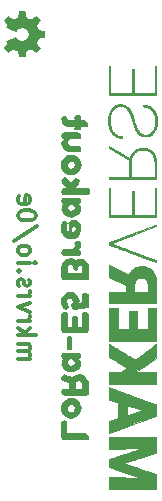
<source format=gbo>
G04 #@! TF.GenerationSoftware,KiCad,Pcbnew,(6.0.6)*
G04 #@! TF.CreationDate,2022-10-28T15:12:27+11:00*
G04 #@! TF.ProjectId,CE-LoRa-E5-Breakout-Module,43452d4c-6f52-4612-9d45-352d42726561,rev?*
G04 #@! TF.SameCoordinates,Original*
G04 #@! TF.FileFunction,Legend,Bot*
G04 #@! TF.FilePolarity,Positive*
%FSLAX46Y46*%
G04 Gerber Fmt 4.6, Leading zero omitted, Abs format (unit mm)*
G04 Created by KiCad (PCBNEW (6.0.6)) date 2022-10-28 15:12:27*
%MOMM*%
%LPD*%
G01*
G04 APERTURE LIST*
%ADD10C,0.300000*%
%ADD11C,0.010000*%
%ADD12C,3.200000*%
%ADD13R,1.700000X1.700000*%
%ADD14O,1.700000X1.700000*%
%ADD15C,1.700000*%
G04 APERTURE END LIST*
D10*
X122770428Y-101950857D02*
X123770428Y-101950857D01*
X123627571Y-101950857D02*
X123699000Y-101879428D01*
X123770428Y-101736571D01*
X123770428Y-101522285D01*
X123699000Y-101379428D01*
X123556142Y-101308000D01*
X122770428Y-101308000D01*
X123556142Y-101308000D02*
X123699000Y-101236571D01*
X123770428Y-101093714D01*
X123770428Y-100879428D01*
X123699000Y-100736571D01*
X123556142Y-100665142D01*
X122770428Y-100665142D01*
X122770428Y-99950857D02*
X124270428Y-99950857D01*
X123341857Y-99808000D02*
X122770428Y-99379428D01*
X123770428Y-99379428D02*
X123199000Y-99950857D01*
X122770428Y-98736571D02*
X123770428Y-98736571D01*
X123484714Y-98736571D02*
X123627571Y-98665142D01*
X123699000Y-98593714D01*
X123770428Y-98450857D01*
X123770428Y-98308000D01*
X123770428Y-97950857D02*
X122770428Y-97593714D01*
X123770428Y-97236571D01*
X122770428Y-96665142D02*
X123770428Y-96665142D01*
X123484714Y-96665142D02*
X123627571Y-96593714D01*
X123699000Y-96522285D01*
X123770428Y-96379428D01*
X123770428Y-96236571D01*
X122841857Y-95808000D02*
X122770428Y-95665142D01*
X122770428Y-95379428D01*
X122841857Y-95236571D01*
X122984714Y-95165142D01*
X123056142Y-95165142D01*
X123199000Y-95236571D01*
X123270428Y-95379428D01*
X123270428Y-95593714D01*
X123341857Y-95736571D01*
X123484714Y-95808000D01*
X123556142Y-95808000D01*
X123699000Y-95736571D01*
X123770428Y-95593714D01*
X123770428Y-95379428D01*
X123699000Y-95236571D01*
X122913285Y-94522285D02*
X122841857Y-94450857D01*
X122770428Y-94522285D01*
X122841857Y-94593714D01*
X122913285Y-94522285D01*
X122770428Y-94522285D01*
X122770428Y-93808000D02*
X123770428Y-93808000D01*
X124270428Y-93808000D02*
X124199000Y-93879428D01*
X124127571Y-93808000D01*
X124199000Y-93736571D01*
X124270428Y-93808000D01*
X124127571Y-93808000D01*
X122770428Y-92879428D02*
X122841857Y-93022285D01*
X122913285Y-93093714D01*
X123056142Y-93165142D01*
X123484714Y-93165142D01*
X123627571Y-93093714D01*
X123699000Y-93022285D01*
X123770428Y-92879428D01*
X123770428Y-92665142D01*
X123699000Y-92522285D01*
X123627571Y-92450857D01*
X123484714Y-92379428D01*
X123056142Y-92379428D01*
X122913285Y-92450857D01*
X122841857Y-92522285D01*
X122770428Y-92665142D01*
X122770428Y-92879428D01*
X124341857Y-90665142D02*
X122413285Y-91950857D01*
X124270428Y-89879428D02*
X124270428Y-89736571D01*
X124199000Y-89593714D01*
X124127571Y-89522285D01*
X123984714Y-89450857D01*
X123699000Y-89379428D01*
X123341857Y-89379428D01*
X123056142Y-89450857D01*
X122913285Y-89522285D01*
X122841857Y-89593714D01*
X122770428Y-89736571D01*
X122770428Y-89879428D01*
X122841857Y-90022285D01*
X122913285Y-90093714D01*
X123056142Y-90165142D01*
X123341857Y-90236571D01*
X123699000Y-90236571D01*
X123984714Y-90165142D01*
X124127571Y-90093714D01*
X124199000Y-90022285D01*
X124270428Y-89879428D01*
X122841857Y-88165142D02*
X122770428Y-88308000D01*
X122770428Y-88593714D01*
X122841857Y-88736571D01*
X122984714Y-88808000D01*
X123556142Y-88808000D01*
X123699000Y-88736571D01*
X123770428Y-88593714D01*
X123770428Y-88308000D01*
X123699000Y-88165142D01*
X123556142Y-88093714D01*
X123413285Y-88093714D01*
X123270428Y-88808000D01*
G36*
X128021000Y-91992538D02*
G01*
X128086087Y-92092550D01*
X128113075Y-92203675D01*
X128121012Y-92329087D01*
X128067037Y-92502125D01*
X127981312Y-92630712D01*
X127927337Y-92676750D01*
X128032112Y-92711675D01*
X128086881Y-92795019D01*
X128105137Y-92949800D01*
X128083706Y-93113312D01*
X128019412Y-93197450D01*
X127938450Y-93224437D01*
X127828912Y-93229200D01*
X126622412Y-93229200D01*
X126485887Y-93172050D01*
X126431912Y-92952975D01*
X126452550Y-92791050D01*
X126514462Y-92705325D01*
X126598600Y-92675162D01*
X126708137Y-92670400D01*
X127374887Y-92670400D01*
X127520937Y-92595787D01*
X127581262Y-92435450D01*
X127555862Y-92297337D01*
X127530462Y-92187800D01*
X127651112Y-92013175D01*
X127873362Y-91952850D01*
X128021000Y-91992538D01*
G37*
G36*
X127982106Y-81305487D02*
G01*
X128063862Y-81367400D01*
X128094025Y-81451537D01*
X128098787Y-81559487D01*
X128086087Y-81770625D01*
X128397237Y-81770625D01*
X128559163Y-81786500D01*
X128647269Y-81871431D01*
X128676637Y-82043675D01*
X128656794Y-82206394D01*
X128597263Y-82288150D01*
X128521062Y-82318312D01*
X128413113Y-82323075D01*
X128086087Y-82323075D01*
X128098787Y-82427850D01*
X128057512Y-82554850D01*
X127973375Y-82599300D01*
X127784462Y-82615175D01*
X127600312Y-82569137D01*
X127546337Y-82453250D01*
X127555862Y-82323075D01*
X127085962Y-82323075D01*
X126871826Y-82304025D01*
X126703551Y-82246875D01*
X126581137Y-82151625D01*
X126498235Y-82019686D01*
X126448493Y-81852469D01*
X126431912Y-81649975D01*
X126436675Y-81543612D01*
X126463662Y-81459475D01*
X126547006Y-81392800D01*
X126708137Y-81370575D01*
X126920862Y-81443600D01*
X126951025Y-81527737D01*
X126955787Y-81642037D01*
X126993887Y-81743637D01*
X127117712Y-81770625D01*
X127555862Y-81770625D01*
X127543162Y-81564250D01*
X127547925Y-81454712D01*
X127574912Y-81370575D01*
X127658256Y-81306281D01*
X127819387Y-81284850D01*
X127982106Y-81305487D01*
G37*
G36*
X127396936Y-96316711D02*
G01*
X127582144Y-96397144D01*
X127744775Y-96531200D01*
X127870893Y-96698769D01*
X127946564Y-96879744D01*
X127971787Y-97074125D01*
X127965437Y-97185250D01*
X128206737Y-97153500D01*
X128206737Y-96597875D01*
X128211500Y-96494688D01*
X128241662Y-96416900D01*
X128320244Y-96357369D01*
X128473437Y-96337525D01*
X128641713Y-96358956D01*
X128727437Y-96423250D01*
X128757600Y-96505800D01*
X128762362Y-96616925D01*
X128762362Y-96915375D01*
X128765537Y-97397975D01*
X128735375Y-97526562D01*
X128667112Y-97609113D01*
X128581387Y-97655150D01*
X128514712Y-97677375D01*
X128382950Y-97695631D01*
X128025762Y-97744050D01*
X127663019Y-97791675D01*
X127514587Y-97807550D01*
X127436800Y-97772625D01*
X127339962Y-97624987D01*
X127279637Y-97424962D01*
X127352662Y-97251925D01*
X127409812Y-97099525D01*
X127347900Y-96929662D01*
X127179625Y-96855050D01*
X127012937Y-96923313D01*
X126952612Y-97132862D01*
X127019287Y-97331300D01*
X127120887Y-97544025D01*
X127016112Y-97728175D01*
X126809737Y-97845650D01*
X126619237Y-97725000D01*
X126597012Y-97699600D01*
X126536687Y-97620225D01*
X126453785Y-97455125D01*
X126404043Y-97277325D01*
X126387462Y-97086825D01*
X126413744Y-96872689D01*
X126492590Y-96683247D01*
X126624000Y-96518500D01*
X126791922Y-96391500D01*
X126980306Y-96315300D01*
X127189150Y-96289900D01*
X127396936Y-96316711D01*
G37*
G36*
X127079612Y-104001975D02*
G01*
X126787160Y-103878503D01*
X126595601Y-103795953D01*
X126504937Y-103754325D01*
X126443025Y-103695588D01*
X126412862Y-103593988D01*
X126457312Y-103430475D01*
X126549387Y-103282838D01*
X126660512Y-103233625D01*
X126825612Y-103281250D01*
X127027754Y-103370150D01*
X127193913Y-103442117D01*
X127324087Y-103497150D01*
X127492715Y-103364858D01*
X127689565Y-103285483D01*
X127914637Y-103259025D01*
X128111487Y-103279663D01*
X128289287Y-103341575D01*
X128440100Y-103435238D01*
X128555988Y-103551125D01*
X128668876Y-103728572D01*
X128736610Y-103909547D01*
X128759187Y-104094050D01*
X128759187Y-104779850D01*
X128737756Y-104943363D01*
X128673462Y-105027500D01*
X128589325Y-105057663D01*
X128479787Y-105062425D01*
X126717662Y-105062425D01*
X126552562Y-105043375D01*
X126464456Y-104959238D01*
X126435087Y-104783025D01*
X126456519Y-104619513D01*
X126520812Y-104535375D01*
X126604950Y-104505213D01*
X126714487Y-104500450D01*
X127073262Y-104500450D01*
X127635237Y-104500450D01*
X128197212Y-104500450D01*
X128197212Y-104100400D01*
X128125775Y-103909900D01*
X127914637Y-103817825D01*
X127705087Y-103909900D01*
X127635237Y-104094050D01*
X127635237Y-104500450D01*
X127073262Y-104500450D01*
X127073262Y-104100400D01*
X127079612Y-104001975D01*
G37*
G36*
X126803387Y-107189675D02*
G01*
X126878000Y-107253175D01*
X126901812Y-107405575D01*
X126901812Y-108269175D01*
X128476612Y-108269175D01*
X128641713Y-108285050D01*
X128729819Y-108371569D01*
X128759187Y-108548575D01*
X128737756Y-108712088D01*
X128673462Y-108796225D01*
X128589325Y-108826388D01*
X128479787Y-108831150D01*
X126714487Y-108831150D01*
X126552562Y-108812100D01*
X126462075Y-108727963D01*
X126431912Y-108551750D01*
X126431912Y-107408750D01*
X126463662Y-107243650D01*
X126533512Y-107189675D01*
X126668450Y-107173800D01*
X126803387Y-107189675D01*
G37*
G36*
X127938450Y-82794562D02*
G01*
X128022587Y-82821550D01*
X128086881Y-82904894D01*
X128108312Y-83066025D01*
X128087675Y-83228744D01*
X128025762Y-83310500D01*
X127941625Y-83340662D01*
X127832087Y-83345425D01*
X127270112Y-83345425D01*
X127070087Y-83423212D01*
X126993887Y-83626412D01*
X127066912Y-83826437D01*
X127270112Y-83901050D01*
X127825737Y-83901050D01*
X127987662Y-83920100D01*
X128078150Y-84004237D01*
X128108312Y-84180450D01*
X128086881Y-84343962D01*
X128022587Y-84428100D01*
X127940037Y-84455087D01*
X127828912Y-84459850D01*
X127273287Y-84459850D01*
X127052272Y-84436390D01*
X126854893Y-84366011D01*
X126681150Y-84248712D01*
X126546212Y-84095783D01*
X126465250Y-83918512D01*
X126438262Y-83716900D01*
X126508112Y-83481950D01*
X126577962Y-83396225D01*
X126641462Y-83339075D01*
X126511287Y-83307325D01*
X126454137Y-83225569D01*
X126435087Y-83069200D01*
X126455725Y-82909656D01*
X126517637Y-82824725D01*
X126598600Y-82794562D01*
X126704962Y-82789800D01*
X127828912Y-82789800D01*
X127938450Y-82794562D01*
G37*
G36*
X126606537Y-101969975D02*
G01*
X126481125Y-101901713D01*
X126438262Y-101669938D01*
X126458900Y-101529047D01*
X126520812Y-101452450D01*
X126604950Y-101425463D01*
X126714487Y-101420700D01*
X127825737Y-101420700D01*
X127935275Y-101425463D01*
X128019412Y-101454038D01*
X128086087Y-101538175D01*
X128105137Y-101722325D01*
X128060687Y-101900919D01*
X127927337Y-101973150D01*
X127992425Y-102030300D01*
X128063862Y-102154125D01*
X128101962Y-102350975D01*
X128074269Y-102534243D01*
X127991190Y-102707281D01*
X127852725Y-102870088D01*
X127677394Y-103001497D01*
X127483719Y-103080343D01*
X127271700Y-103106625D01*
X127059504Y-103080519D01*
X126865300Y-103002203D01*
X126689087Y-102871675D01*
X126549740Y-102710632D01*
X126466132Y-102540769D01*
X126438262Y-102362088D01*
X126455005Y-102268425D01*
X126993887Y-102268425D01*
X127078025Y-102468450D01*
X127266937Y-102551000D01*
X127460612Y-102473213D01*
X127549512Y-102270013D01*
X127460612Y-102069988D01*
X127268525Y-101995375D01*
X127079612Y-102073163D01*
X126993887Y-102268425D01*
X126455005Y-102268425D01*
X126480331Y-102126741D01*
X126606537Y-101969975D01*
G37*
G36*
X126458900Y-93974796D02*
G01*
X126530337Y-93803875D01*
X126649400Y-93653062D01*
X126803740Y-93535058D01*
X126981011Y-93462563D01*
X127181212Y-93435575D01*
X127359365Y-93456389D01*
X127525524Y-93518831D01*
X127679687Y-93622900D01*
X127863044Y-93532412D01*
X128063862Y-93502250D01*
X128247307Y-93525181D01*
X128412407Y-93593972D01*
X128559163Y-93708625D01*
X128672051Y-93850442D01*
X128739785Y-94013425D01*
X128762362Y-94197575D01*
X128762362Y-94997675D01*
X128740931Y-95161188D01*
X128676637Y-95245325D01*
X128594088Y-95275488D01*
X128482962Y-95280250D01*
X126720837Y-95280250D01*
X126555737Y-95261200D01*
X126465250Y-95177063D01*
X126435087Y-95000850D01*
X126435087Y-94718275D01*
X126997062Y-94718275D01*
X128200387Y-94718275D01*
X128200387Y-94273775D01*
X128168637Y-94116613D01*
X128057512Y-94064225D01*
X127943212Y-94073750D01*
X127876537Y-94226150D01*
X127832087Y-94421413D01*
X127649525Y-94480150D01*
X127466962Y-94423000D01*
X127422512Y-94251550D01*
X127397112Y-94073750D01*
X127333612Y-94015012D01*
X127212962Y-93997550D01*
X127051037Y-94047556D01*
X126997062Y-94197575D01*
X126997062Y-94718275D01*
X126435087Y-94718275D01*
X126435087Y-94165825D01*
X126458900Y-93974796D01*
G37*
G36*
X126427547Y-105935947D02*
G01*
X126500175Y-105737113D01*
X126624000Y-105556534D01*
X126801800Y-105405325D01*
X127021272Y-105302931D01*
X127270112Y-105268800D01*
X127509119Y-105298081D01*
X127718140Y-105385922D01*
X127897175Y-105532325D01*
X128033876Y-105716828D01*
X128115897Y-105918969D01*
X128143237Y-106138750D01*
X128115721Y-106358883D01*
X128033171Y-106562083D01*
X127895587Y-106748350D01*
X127715671Y-106896517D01*
X127506121Y-106985417D01*
X127266937Y-107015050D01*
X127026034Y-106981316D01*
X126811325Y-106880113D01*
X126634319Y-106729697D01*
X126506525Y-106548325D01*
X126429134Y-106348300D01*
X126403734Y-106145100D01*
X126962137Y-106145100D01*
X127039925Y-106351475D01*
X127136762Y-106427675D01*
X127271700Y-106453075D01*
X127407034Y-106428469D01*
X127505062Y-106354650D01*
X127584437Y-106141925D01*
X127508237Y-105929200D01*
X127412194Y-105855381D01*
X127276462Y-105830775D01*
X127139937Y-105856969D01*
X127041512Y-105935550D01*
X126962137Y-106145100D01*
X126403734Y-106145100D01*
X126403337Y-106141925D01*
X126427547Y-105935947D01*
G37*
G36*
X126819262Y-86560112D02*
G01*
X126920862Y-86660125D01*
X127270112Y-87082400D01*
X127536812Y-86768075D01*
X127708262Y-86650600D01*
X127909875Y-86753788D01*
X128038462Y-86936350D01*
X127952737Y-87126850D01*
X127927337Y-87164950D01*
X127765412Y-87337988D01*
X127603487Y-87511025D01*
X128609962Y-87511025D01*
X128698862Y-87514200D01*
X128838562Y-87571350D01*
X128892538Y-87787250D01*
X128871106Y-87950763D01*
X128806813Y-88034900D01*
X128722675Y-88061887D01*
X128613137Y-88066650D01*
X126711312Y-88066650D01*
X126601775Y-88061887D01*
X126517637Y-88034900D01*
X126453344Y-87951556D01*
X126431912Y-87790425D01*
X126452550Y-87627706D01*
X126514462Y-87545950D01*
X126598600Y-87515787D01*
X126708137Y-87511025D01*
X126952612Y-87511025D01*
X126867284Y-87413394D01*
X126738300Y-87279250D01*
X126610109Y-87146694D01*
X126527162Y-87053825D01*
X126504937Y-87022075D01*
X126412862Y-86828400D01*
X126546212Y-86637900D01*
X126752587Y-86539475D01*
X126819262Y-86560112D01*
G37*
G36*
X127179625Y-90262163D02*
G01*
X127298687Y-90189534D01*
X127468550Y-90165325D01*
X127656272Y-90192313D01*
X127828912Y-90273275D01*
X127965041Y-90391147D01*
X128062275Y-90538388D01*
X128120616Y-90714997D01*
X128140062Y-90920975D01*
X128113428Y-91164921D01*
X128033524Y-91380292D01*
X127900350Y-91567087D01*
X127722726Y-91710844D01*
X127509472Y-91797099D01*
X127260587Y-91825850D01*
X127055624Y-91803625D01*
X126864065Y-91736950D01*
X126685912Y-91625825D01*
X126565659Y-91503984D01*
X126471600Y-91341663D01*
X126438591Y-91235300D01*
X127374887Y-91235300D01*
X127554275Y-91133700D01*
X127638412Y-90928913D01*
X127593962Y-90770162D01*
X127476487Y-90714600D01*
X127374887Y-90835250D01*
X127374887Y-91235300D01*
X126438591Y-91235300D01*
X126410878Y-91146003D01*
X126390637Y-90924150D01*
X126408298Y-90628280D01*
X126461281Y-90416944D01*
X126549586Y-90290142D01*
X126673212Y-90247875D01*
X126819262Y-90289150D01*
X126962137Y-90463775D01*
X126927212Y-90590775D01*
X126914512Y-90625700D01*
X126885937Y-90750319D01*
X126876412Y-90914625D01*
X126936737Y-91124175D01*
X127085962Y-91228950D01*
X127085962Y-90476475D01*
X127179625Y-90262163D01*
G37*
G36*
X127270112Y-100017350D02*
G01*
X127348694Y-100085613D01*
X127374887Y-100226900D01*
X127374887Y-100982550D01*
X127346312Y-101134950D01*
X127270112Y-101195275D01*
X127127237Y-101214325D01*
X126981187Y-101198450D01*
X126900225Y-101127806D01*
X126873237Y-100985725D01*
X126873237Y-100230075D01*
X126901812Y-100071325D01*
X126979600Y-100015763D01*
X127124062Y-99998300D01*
X127270112Y-100017350D01*
G37*
G36*
X126606537Y-88869925D02*
G01*
X126481125Y-88801662D01*
X126438262Y-88569887D01*
X126458900Y-88428997D01*
X126520812Y-88352400D01*
X126604950Y-88325413D01*
X126714487Y-88320650D01*
X127825737Y-88320650D01*
X127935275Y-88325413D01*
X128019412Y-88353987D01*
X128086087Y-88438125D01*
X128105137Y-88622275D01*
X128060687Y-88800869D01*
X127927337Y-88873100D01*
X127992425Y-88930250D01*
X128063862Y-89054075D01*
X128101962Y-89250925D01*
X128074269Y-89434193D01*
X127991190Y-89607231D01*
X127852725Y-89770037D01*
X127677394Y-89901447D01*
X127483719Y-89980293D01*
X127271700Y-90006575D01*
X127059504Y-89980469D01*
X126865300Y-89902153D01*
X126689087Y-89771625D01*
X126549740Y-89610582D01*
X126466132Y-89440719D01*
X126438262Y-89262037D01*
X126455005Y-89168375D01*
X126993887Y-89168375D01*
X127078025Y-89368400D01*
X127266937Y-89450950D01*
X127460612Y-89373162D01*
X127549512Y-89169962D01*
X127460612Y-88969937D01*
X127268525Y-88895325D01*
X127079612Y-88973112D01*
X126993887Y-89168375D01*
X126455005Y-89168375D01*
X126480331Y-89026691D01*
X126606537Y-88869925D01*
G37*
G36*
X126427547Y-85333372D02*
G01*
X126500175Y-85134537D01*
X126624000Y-84953959D01*
X126801800Y-84802750D01*
X127021272Y-84700356D01*
X127270112Y-84666225D01*
X127509119Y-84695506D01*
X127718140Y-84783347D01*
X127897175Y-84929750D01*
X128033876Y-85114253D01*
X128115897Y-85316394D01*
X128143237Y-85536175D01*
X128115721Y-85756308D01*
X128033171Y-85959508D01*
X127895587Y-86145775D01*
X127715671Y-86293942D01*
X127506121Y-86382842D01*
X127266937Y-86412475D01*
X127026034Y-86378741D01*
X126811325Y-86277537D01*
X126634319Y-86127122D01*
X126506525Y-85945750D01*
X126429134Y-85745725D01*
X126403734Y-85542525D01*
X126962137Y-85542525D01*
X127039925Y-85748900D01*
X127136762Y-85825100D01*
X127271700Y-85850500D01*
X127407034Y-85825894D01*
X127505062Y-85752075D01*
X127584437Y-85539350D01*
X127508237Y-85326625D01*
X127412194Y-85252806D01*
X127276462Y-85228200D01*
X127139937Y-85254394D01*
X127041512Y-85332975D01*
X126962137Y-85542525D01*
X126403734Y-85542525D01*
X126403337Y-85539350D01*
X126427547Y-85333372D01*
G37*
G36*
X128640125Y-97994081D02*
G01*
X128724262Y-98058375D01*
X128754425Y-98142513D01*
X128759187Y-98252050D01*
X128759187Y-99503000D01*
X128700450Y-99731600D01*
X128479787Y-99791925D01*
X126714487Y-99791925D01*
X126552562Y-99772875D01*
X126462075Y-99688738D01*
X126431912Y-99512525D01*
X126431912Y-98255225D01*
X126450962Y-98090125D01*
X126535100Y-98002019D01*
X126711312Y-97972650D01*
X126874825Y-97994081D01*
X126958962Y-98058375D01*
X126989125Y-98142513D01*
X126993887Y-98252050D01*
X126993887Y-99229950D01*
X127314562Y-99229950D01*
X127314562Y-98607650D01*
X127333612Y-98442550D01*
X127417750Y-98352063D01*
X127593962Y-98321900D01*
X127757475Y-98343331D01*
X127841612Y-98407625D01*
X127871775Y-98491763D01*
X127876537Y-98601300D01*
X127876537Y-99229950D01*
X128197212Y-99229950D01*
X128197212Y-98255225D01*
X128216262Y-98090125D01*
X128300400Y-98002019D01*
X128476612Y-97972650D01*
X128640125Y-97994081D01*
G37*
G36*
X130592337Y-79455206D02*
G01*
X132446207Y-79455206D01*
X132446207Y-77426504D01*
X132597948Y-77426504D01*
X132597948Y-79455206D01*
X134336363Y-79455206D01*
X134336363Y-77142816D01*
X134488104Y-77142816D01*
X134488104Y-79606946D01*
X130440588Y-79606946D01*
X130441417Y-78375706D01*
X130442246Y-77144465D01*
X130517292Y-77143579D01*
X130592337Y-77142692D01*
X130592337Y-79455206D01*
G37*
D11*
X130592337Y-79455206D02*
X132446207Y-79455206D01*
X132446207Y-77426504D01*
X132597948Y-77426504D01*
X132597948Y-79455206D01*
X134336363Y-79455206D01*
X134336363Y-77142816D01*
X134488104Y-77142816D01*
X134488104Y-79606946D01*
X130440588Y-79606946D01*
X130441417Y-78375706D01*
X130442246Y-77144465D01*
X130517292Y-77143579D01*
X130592337Y-77142692D01*
X130592337Y-79455206D01*
G36*
X131859047Y-107730507D02*
G01*
X131758217Y-107767466D01*
X131659837Y-107803528D01*
X131564068Y-107838631D01*
X131471075Y-107872718D01*
X131381019Y-107905727D01*
X131294064Y-107937599D01*
X131210373Y-107968274D01*
X131130108Y-107997694D01*
X131053432Y-108025798D01*
X130980508Y-108052526D01*
X130911499Y-108077819D01*
X130846567Y-108101616D01*
X130785876Y-108123860D01*
X130729588Y-108144489D01*
X130677866Y-108163444D01*
X130630874Y-108180666D01*
X130588772Y-108196094D01*
X130551726Y-108209669D01*
X130519897Y-108221332D01*
X130493448Y-108231022D01*
X130472542Y-108238680D01*
X130457342Y-108244247D01*
X130448010Y-108247662D01*
X130444710Y-108248866D01*
X130444226Y-108248189D01*
X130443712Y-108245108D01*
X130443251Y-108239314D01*
X130442841Y-108230548D01*
X130442481Y-108218552D01*
X130442168Y-108203066D01*
X130441902Y-108183831D01*
X130441679Y-108160588D01*
X130441500Y-108133079D01*
X130441362Y-108101044D01*
X130441264Y-108064225D01*
X130441203Y-108022362D01*
X130441179Y-107975196D01*
X130441189Y-107922469D01*
X130441232Y-107863922D01*
X130441307Y-107799295D01*
X130441412Y-107728330D01*
X130442246Y-107206377D01*
X130818298Y-107090300D01*
X131194350Y-106974222D01*
X131194644Y-106738253D01*
X131951402Y-106738253D01*
X131976967Y-106730371D01*
X131986196Y-106727525D01*
X132070002Y-106701680D01*
X132153152Y-106676025D01*
X132235412Y-106650634D01*
X132316546Y-106625581D01*
X132396320Y-106600938D01*
X132474496Y-106576778D01*
X132550841Y-106553174D01*
X132625118Y-106530200D01*
X132697092Y-106507927D01*
X132766529Y-106486430D01*
X132833191Y-106465781D01*
X132896845Y-106446053D01*
X132957254Y-106427320D01*
X133014183Y-106409653D01*
X133067397Y-106393127D01*
X133116660Y-106377814D01*
X133161738Y-106363787D01*
X133202393Y-106351119D01*
X133238392Y-106339883D01*
X133269499Y-106330153D01*
X133295478Y-106322001D01*
X133316094Y-106315500D01*
X133331111Y-106310723D01*
X133340294Y-106307744D01*
X133343408Y-106306634D01*
X133343020Y-106306447D01*
X133337787Y-106304635D01*
X133326714Y-106301014D01*
X133310143Y-106295692D01*
X133288416Y-106288776D01*
X133261873Y-106280373D01*
X133230857Y-106270591D01*
X133195708Y-106259537D01*
X133156769Y-106247317D01*
X133114381Y-106234041D01*
X133068884Y-106219814D01*
X133020622Y-106204744D01*
X132969934Y-106188939D01*
X132917163Y-106172505D01*
X132862651Y-106155551D01*
X132826185Y-106144216D01*
X132766567Y-106125685D01*
X132706309Y-106106954D01*
X132645989Y-106088203D01*
X132586186Y-106069612D01*
X132527479Y-106051361D01*
X132470444Y-106033630D01*
X132415662Y-106016599D01*
X132363710Y-106000446D01*
X132315166Y-105985353D01*
X132270609Y-105971498D01*
X132230617Y-105959063D01*
X132195769Y-105948225D01*
X132166643Y-105939166D01*
X131951402Y-105872216D01*
X131951402Y-106738253D01*
X131194644Y-106738253D01*
X131195183Y-106305868D01*
X131196016Y-105637515D01*
X131185287Y-105634106D01*
X131184793Y-105633950D01*
X131178885Y-105632104D01*
X131167186Y-105628460D01*
X131150114Y-105623147D01*
X131128084Y-105616294D01*
X131101512Y-105608030D01*
X131070813Y-105598485D01*
X131036403Y-105587788D01*
X130998698Y-105576068D01*
X130958114Y-105563455D01*
X130915067Y-105550078D01*
X130869973Y-105536065D01*
X130823246Y-105521547D01*
X130813354Y-105518473D01*
X130766801Y-105504007D01*
X130721889Y-105490048D01*
X130679044Y-105476727D01*
X130638687Y-105464177D01*
X130601244Y-105452529D01*
X130567136Y-105441915D01*
X130536788Y-105432467D01*
X130510624Y-105424316D01*
X130489066Y-105417596D01*
X130472538Y-105412436D01*
X130461463Y-105408970D01*
X130456266Y-105407328D01*
X130440597Y-105402260D01*
X130440597Y-104878031D01*
X130440600Y-104840132D01*
X130440615Y-104783006D01*
X130440643Y-104727922D01*
X130440683Y-104675232D01*
X130440734Y-104625285D01*
X130440796Y-104578433D01*
X130440867Y-104535025D01*
X130440947Y-104495412D01*
X130441035Y-104459944D01*
X130441131Y-104428972D01*
X130441233Y-104402845D01*
X130441342Y-104381915D01*
X130441456Y-104366531D01*
X130441574Y-104357043D01*
X130441696Y-104353803D01*
X130442513Y-104354093D01*
X130448704Y-104356359D01*
X130460837Y-104360822D01*
X130478750Y-104367421D01*
X130502279Y-104376096D01*
X130531260Y-104386788D01*
X130565531Y-104399434D01*
X130604928Y-104413977D01*
X130649289Y-104430354D01*
X130698449Y-104448505D01*
X130752246Y-104468371D01*
X130810516Y-104489892D01*
X130873096Y-104513005D01*
X130939823Y-104537653D01*
X131010534Y-104563773D01*
X131085065Y-104591307D01*
X131163254Y-104620193D01*
X131244936Y-104650371D01*
X131329949Y-104681781D01*
X131418130Y-104714363D01*
X131509315Y-104748056D01*
X131603340Y-104782800D01*
X131700044Y-104818535D01*
X131799262Y-104855201D01*
X131900832Y-104892736D01*
X132004589Y-104931082D01*
X132110371Y-104970177D01*
X132218015Y-105009961D01*
X132327358Y-105050374D01*
X132438235Y-105091356D01*
X132489711Y-105110382D01*
X132600135Y-105151197D01*
X132709023Y-105191443D01*
X132816206Y-105231059D01*
X132921520Y-105269983D01*
X133024798Y-105308155D01*
X133125875Y-105345512D01*
X133224583Y-105381994D01*
X133320757Y-105417538D01*
X133414231Y-105452085D01*
X133504839Y-105485571D01*
X133592414Y-105517936D01*
X133676791Y-105549119D01*
X133757804Y-105579058D01*
X133835286Y-105607692D01*
X133909071Y-105634959D01*
X133978993Y-105660798D01*
X134044886Y-105685147D01*
X134106584Y-105707946D01*
X134163921Y-105729133D01*
X134216731Y-105748646D01*
X134264848Y-105766424D01*
X134308105Y-105782405D01*
X134346337Y-105796529D01*
X134379377Y-105808734D01*
X134407059Y-105818959D01*
X134429218Y-105827141D01*
X134445686Y-105833220D01*
X134456299Y-105837135D01*
X134460889Y-105838824D01*
X134488104Y-105848739D01*
X134488034Y-106766803D01*
X132468439Y-107507126D01*
X132394240Y-107534326D01*
X132283605Y-107574881D01*
X132174606Y-107614836D01*
X132067404Y-107654132D01*
X131962164Y-107692709D01*
X131951402Y-107696654D01*
X131859047Y-107730507D01*
G37*
X131859047Y-107730507D02*
X131758217Y-107767466D01*
X131659837Y-107803528D01*
X131564068Y-107838631D01*
X131471075Y-107872718D01*
X131381019Y-107905727D01*
X131294064Y-107937599D01*
X131210373Y-107968274D01*
X131130108Y-107997694D01*
X131053432Y-108025798D01*
X130980508Y-108052526D01*
X130911499Y-108077819D01*
X130846567Y-108101616D01*
X130785876Y-108123860D01*
X130729588Y-108144489D01*
X130677866Y-108163444D01*
X130630874Y-108180666D01*
X130588772Y-108196094D01*
X130551726Y-108209669D01*
X130519897Y-108221332D01*
X130493448Y-108231022D01*
X130472542Y-108238680D01*
X130457342Y-108244247D01*
X130448010Y-108247662D01*
X130444710Y-108248866D01*
X130444226Y-108248189D01*
X130443712Y-108245108D01*
X130443251Y-108239314D01*
X130442841Y-108230548D01*
X130442481Y-108218552D01*
X130442168Y-108203066D01*
X130441902Y-108183831D01*
X130441679Y-108160588D01*
X130441500Y-108133079D01*
X130441362Y-108101044D01*
X130441264Y-108064225D01*
X130441203Y-108022362D01*
X130441179Y-107975196D01*
X130441189Y-107922469D01*
X130441232Y-107863922D01*
X130441307Y-107799295D01*
X130441412Y-107728330D01*
X130442246Y-107206377D01*
X130818298Y-107090300D01*
X131194350Y-106974222D01*
X131194644Y-106738253D01*
X131951402Y-106738253D01*
X131976967Y-106730371D01*
X131986196Y-106727525D01*
X132070002Y-106701680D01*
X132153152Y-106676025D01*
X132235412Y-106650634D01*
X132316546Y-106625581D01*
X132396320Y-106600938D01*
X132474496Y-106576778D01*
X132550841Y-106553174D01*
X132625118Y-106530200D01*
X132697092Y-106507927D01*
X132766529Y-106486430D01*
X132833191Y-106465781D01*
X132896845Y-106446053D01*
X132957254Y-106427320D01*
X133014183Y-106409653D01*
X133067397Y-106393127D01*
X133116660Y-106377814D01*
X133161738Y-106363787D01*
X133202393Y-106351119D01*
X133238392Y-106339883D01*
X133269499Y-106330153D01*
X133295478Y-106322001D01*
X133316094Y-106315500D01*
X133331111Y-106310723D01*
X133340294Y-106307744D01*
X133343408Y-106306634D01*
X133343020Y-106306447D01*
X133337787Y-106304635D01*
X133326714Y-106301014D01*
X133310143Y-106295692D01*
X133288416Y-106288776D01*
X133261873Y-106280373D01*
X133230857Y-106270591D01*
X133195708Y-106259537D01*
X133156769Y-106247317D01*
X133114381Y-106234041D01*
X133068884Y-106219814D01*
X133020622Y-106204744D01*
X132969934Y-106188939D01*
X132917163Y-106172505D01*
X132862651Y-106155551D01*
X132826185Y-106144216D01*
X132766567Y-106125685D01*
X132706309Y-106106954D01*
X132645989Y-106088203D01*
X132586186Y-106069612D01*
X132527479Y-106051361D01*
X132470444Y-106033630D01*
X132415662Y-106016599D01*
X132363710Y-106000446D01*
X132315166Y-105985353D01*
X132270609Y-105971498D01*
X132230617Y-105959063D01*
X132195769Y-105948225D01*
X132166643Y-105939166D01*
X131951402Y-105872216D01*
X131951402Y-106738253D01*
X131194644Y-106738253D01*
X131195183Y-106305868D01*
X131196016Y-105637515D01*
X131185287Y-105634106D01*
X131184793Y-105633950D01*
X131178885Y-105632104D01*
X131167186Y-105628460D01*
X131150114Y-105623147D01*
X131128084Y-105616294D01*
X131101512Y-105608030D01*
X131070813Y-105598485D01*
X131036403Y-105587788D01*
X130998698Y-105576068D01*
X130958114Y-105563455D01*
X130915067Y-105550078D01*
X130869973Y-105536065D01*
X130823246Y-105521547D01*
X130813354Y-105518473D01*
X130766801Y-105504007D01*
X130721889Y-105490048D01*
X130679044Y-105476727D01*
X130638687Y-105464177D01*
X130601244Y-105452529D01*
X130567136Y-105441915D01*
X130536788Y-105432467D01*
X130510624Y-105424316D01*
X130489066Y-105417596D01*
X130472538Y-105412436D01*
X130461463Y-105408970D01*
X130456266Y-105407328D01*
X130440597Y-105402260D01*
X130440597Y-104878031D01*
X130440600Y-104840132D01*
X130440615Y-104783006D01*
X130440643Y-104727922D01*
X130440683Y-104675232D01*
X130440734Y-104625285D01*
X130440796Y-104578433D01*
X130440867Y-104535025D01*
X130440947Y-104495412D01*
X130441035Y-104459944D01*
X130441131Y-104428972D01*
X130441233Y-104402845D01*
X130441342Y-104381915D01*
X130441456Y-104366531D01*
X130441574Y-104357043D01*
X130441696Y-104353803D01*
X130442513Y-104354093D01*
X130448704Y-104356359D01*
X130460837Y-104360822D01*
X130478750Y-104367421D01*
X130502279Y-104376096D01*
X130531260Y-104386788D01*
X130565531Y-104399434D01*
X130604928Y-104413977D01*
X130649289Y-104430354D01*
X130698449Y-104448505D01*
X130752246Y-104468371D01*
X130810516Y-104489892D01*
X130873096Y-104513005D01*
X130939823Y-104537653D01*
X131010534Y-104563773D01*
X131085065Y-104591307D01*
X131163254Y-104620193D01*
X131244936Y-104650371D01*
X131329949Y-104681781D01*
X131418130Y-104714363D01*
X131509315Y-104748056D01*
X131603340Y-104782800D01*
X131700044Y-104818535D01*
X131799262Y-104855201D01*
X131900832Y-104892736D01*
X132004589Y-104931082D01*
X132110371Y-104970177D01*
X132218015Y-105009961D01*
X132327358Y-105050374D01*
X132438235Y-105091356D01*
X132489711Y-105110382D01*
X132600135Y-105151197D01*
X132709023Y-105191443D01*
X132816206Y-105231059D01*
X132921520Y-105269983D01*
X133024798Y-105308155D01*
X133125875Y-105345512D01*
X133224583Y-105381994D01*
X133320757Y-105417538D01*
X133414231Y-105452085D01*
X133504839Y-105485571D01*
X133592414Y-105517936D01*
X133676791Y-105549119D01*
X133757804Y-105579058D01*
X133835286Y-105607692D01*
X133909071Y-105634959D01*
X133978993Y-105660798D01*
X134044886Y-105685147D01*
X134106584Y-105707946D01*
X134163921Y-105729133D01*
X134216731Y-105748646D01*
X134264848Y-105766424D01*
X134308105Y-105782405D01*
X134346337Y-105796529D01*
X134379377Y-105808734D01*
X134407059Y-105818959D01*
X134429218Y-105827141D01*
X134445686Y-105833220D01*
X134456299Y-105837135D01*
X134460889Y-105838824D01*
X134488104Y-105848739D01*
X134488034Y-106766803D01*
X132468439Y-107507126D01*
X132394240Y-107534326D01*
X132283605Y-107574881D01*
X132174606Y-107614836D01*
X132067404Y-107654132D01*
X131962164Y-107692709D01*
X131951402Y-107696654D01*
X131859047Y-107730507D01*
G36*
X134485220Y-90582021D02*
G01*
X134486213Y-90587145D01*
X134487014Y-90598299D01*
X134487608Y-90615052D01*
X134487977Y-90636970D01*
X134488104Y-90663618D01*
X134488104Y-90745511D01*
X132665105Y-91422733D01*
X132597282Y-91447926D01*
X132468675Y-91495686D01*
X132343742Y-91542066D01*
X132222589Y-91587026D01*
X132105318Y-91630530D01*
X131992035Y-91672537D01*
X131882844Y-91713009D01*
X131777849Y-91751909D01*
X131677156Y-91789196D01*
X131580868Y-91824833D01*
X131489090Y-91858782D01*
X131401926Y-91891003D01*
X131319481Y-91921457D01*
X131241860Y-91950108D01*
X131169166Y-91976915D01*
X131101504Y-92001840D01*
X131038980Y-92024845D01*
X130981696Y-92045892D01*
X130929758Y-92064941D01*
X130883270Y-92081954D01*
X130842336Y-92096892D01*
X130807062Y-92109717D01*
X130777551Y-92120391D01*
X130753908Y-92128875D01*
X130736237Y-92135129D01*
X130724644Y-92139116D01*
X130722341Y-92139884D01*
X130695802Y-92148744D01*
X130671184Y-92156982D01*
X130649212Y-92164354D01*
X130630608Y-92170617D01*
X130616095Y-92175527D01*
X130606395Y-92178842D01*
X130602233Y-92180318D01*
X130602459Y-92180798D01*
X130607308Y-92183194D01*
X130617512Y-92187320D01*
X130632462Y-92192954D01*
X130651552Y-92199873D01*
X130674174Y-92207857D01*
X130699721Y-92216682D01*
X130727584Y-92226127D01*
X130740383Y-92230533D01*
X130759888Y-92237429D01*
X130785491Y-92246610D01*
X130817151Y-92258060D01*
X130854827Y-92271766D01*
X130898478Y-92287710D01*
X130948062Y-92305878D01*
X131003538Y-92326255D01*
X131064866Y-92348826D01*
X131132004Y-92373575D01*
X131204911Y-92400488D01*
X131283546Y-92429548D01*
X131367868Y-92460741D01*
X131457836Y-92494052D01*
X131553408Y-92529465D01*
X131654543Y-92566966D01*
X131761201Y-92606538D01*
X131873340Y-92648167D01*
X131990919Y-92691837D01*
X132113896Y-92737534D01*
X132242232Y-92785242D01*
X132375884Y-92834946D01*
X132514812Y-92886630D01*
X132658974Y-92940280D01*
X132661157Y-92941093D01*
X132766493Y-92980299D01*
X132870323Y-93018944D01*
X132972476Y-93056964D01*
X133072777Y-93094293D01*
X133171053Y-93130868D01*
X133267131Y-93166624D01*
X133360838Y-93201496D01*
X133452000Y-93235420D01*
X133540445Y-93268331D01*
X133625999Y-93300166D01*
X133708488Y-93330859D01*
X133787740Y-93360347D01*
X133863581Y-93388564D01*
X133935837Y-93415446D01*
X134004337Y-93440930D01*
X134068906Y-93464949D01*
X134129371Y-93487441D01*
X134185559Y-93508340D01*
X134237297Y-93527582D01*
X134284411Y-93545102D01*
X134326729Y-93560836D01*
X134364076Y-93574721D01*
X134396280Y-93586690D01*
X134423167Y-93596680D01*
X134444564Y-93604626D01*
X134460298Y-93610464D01*
X134470196Y-93614129D01*
X134474084Y-93615557D01*
X134488104Y-93620449D01*
X134488104Y-93702607D01*
X134488070Y-93716120D01*
X134487830Y-93739064D01*
X134487381Y-93758063D01*
X134486749Y-93772455D01*
X134485957Y-93781576D01*
X134485031Y-93784764D01*
X134484414Y-93784555D01*
X134478646Y-93782449D01*
X134466980Y-93778140D01*
X134449613Y-93771701D01*
X134426744Y-93763205D01*
X134398569Y-93752726D01*
X134365287Y-93740339D01*
X134327095Y-93726117D01*
X134284191Y-93710134D01*
X134236772Y-93692463D01*
X134185036Y-93673178D01*
X134129181Y-93652354D01*
X134069404Y-93630064D01*
X134005903Y-93606381D01*
X133938875Y-93581380D01*
X133868519Y-93555135D01*
X133795031Y-93527719D01*
X133718610Y-93499205D01*
X133639452Y-93469669D01*
X133557757Y-93439183D01*
X133473721Y-93407821D01*
X133387541Y-93375658D01*
X133299417Y-93342766D01*
X133209544Y-93309220D01*
X133118122Y-93275094D01*
X133025347Y-93240461D01*
X132931417Y-93205396D01*
X132836529Y-93169971D01*
X132740882Y-93134261D01*
X132644674Y-93098340D01*
X132548100Y-93062281D01*
X132451360Y-93026158D01*
X132354651Y-92990045D01*
X132258171Y-92954016D01*
X132162117Y-92918144D01*
X132066686Y-92882504D01*
X131972077Y-92847168D01*
X131878487Y-92812212D01*
X131786114Y-92777708D01*
X131695155Y-92743731D01*
X131605809Y-92710355D01*
X131518271Y-92677652D01*
X131432741Y-92645697D01*
X131349416Y-92614565D01*
X131268494Y-92584327D01*
X131190171Y-92555059D01*
X131114647Y-92526834D01*
X131042117Y-92499726D01*
X130972781Y-92473808D01*
X130906836Y-92449156D01*
X130844478Y-92425841D01*
X130785907Y-92403939D01*
X130731319Y-92383522D01*
X130680913Y-92364665D01*
X130634885Y-92347442D01*
X130593434Y-92331925D01*
X130556757Y-92318190D01*
X130525052Y-92306310D01*
X130498516Y-92296359D01*
X130477347Y-92288410D01*
X130461743Y-92282537D01*
X130451901Y-92278814D01*
X130448019Y-92277316D01*
X130440597Y-92274100D01*
X130440597Y-92183431D01*
X130440599Y-92174360D01*
X130440649Y-92149322D01*
X130440801Y-92129903D01*
X130441101Y-92115357D01*
X130441595Y-92104939D01*
X130442331Y-92097903D01*
X130443354Y-92093504D01*
X130444711Y-92090995D01*
X130446449Y-92089631D01*
X130447394Y-92089245D01*
X130453823Y-92086779D01*
X130466130Y-92082121D01*
X130484117Y-92075344D01*
X130507585Y-92066522D01*
X130536339Y-92055729D01*
X130570180Y-92043039D01*
X130608909Y-92028525D01*
X130652331Y-92012262D01*
X130700246Y-91994323D01*
X130752458Y-91974782D01*
X130808768Y-91953713D01*
X130868979Y-91931189D01*
X130932894Y-91907285D01*
X131000314Y-91882074D01*
X131071042Y-91855629D01*
X131144880Y-91828026D01*
X131221631Y-91799337D01*
X131301097Y-91769637D01*
X131383081Y-91738999D01*
X131467384Y-91707497D01*
X131553808Y-91675205D01*
X131642158Y-91642196D01*
X131732234Y-91608545D01*
X131823838Y-91574325D01*
X131916775Y-91539611D01*
X132010845Y-91504475D01*
X132105850Y-91468991D01*
X132201595Y-91433235D01*
X132297880Y-91397278D01*
X132394507Y-91361196D01*
X132491281Y-91325061D01*
X132588002Y-91288948D01*
X132684473Y-91252931D01*
X132780496Y-91217083D01*
X132875874Y-91181478D01*
X132970409Y-91146190D01*
X133063903Y-91111293D01*
X133156159Y-91076860D01*
X133246979Y-91042965D01*
X133336166Y-91009683D01*
X133423521Y-90977087D01*
X133508847Y-90945250D01*
X133591947Y-90914247D01*
X133672622Y-90884151D01*
X133750675Y-90855037D01*
X133825909Y-90826977D01*
X133898125Y-90800046D01*
X133967127Y-90774318D01*
X134032716Y-90749866D01*
X134094694Y-90726765D01*
X134152865Y-90705087D01*
X134207030Y-90684907D01*
X134256992Y-90666299D01*
X134302553Y-90649336D01*
X134343515Y-90634093D01*
X134379681Y-90620642D01*
X134410853Y-90609058D01*
X134436834Y-90599415D01*
X134457425Y-90591786D01*
X134472429Y-90586246D01*
X134481649Y-90582868D01*
X134484887Y-90581725D01*
X134485220Y-90582021D01*
G37*
X134485220Y-90582021D02*
X134486213Y-90587145D01*
X134487014Y-90598299D01*
X134487608Y-90615052D01*
X134487977Y-90636970D01*
X134488104Y-90663618D01*
X134488104Y-90745511D01*
X132665105Y-91422733D01*
X132597282Y-91447926D01*
X132468675Y-91495686D01*
X132343742Y-91542066D01*
X132222589Y-91587026D01*
X132105318Y-91630530D01*
X131992035Y-91672537D01*
X131882844Y-91713009D01*
X131777849Y-91751909D01*
X131677156Y-91789196D01*
X131580868Y-91824833D01*
X131489090Y-91858782D01*
X131401926Y-91891003D01*
X131319481Y-91921457D01*
X131241860Y-91950108D01*
X131169166Y-91976915D01*
X131101504Y-92001840D01*
X131038980Y-92024845D01*
X130981696Y-92045892D01*
X130929758Y-92064941D01*
X130883270Y-92081954D01*
X130842336Y-92096892D01*
X130807062Y-92109717D01*
X130777551Y-92120391D01*
X130753908Y-92128875D01*
X130736237Y-92135129D01*
X130724644Y-92139116D01*
X130722341Y-92139884D01*
X130695802Y-92148744D01*
X130671184Y-92156982D01*
X130649212Y-92164354D01*
X130630608Y-92170617D01*
X130616095Y-92175527D01*
X130606395Y-92178842D01*
X130602233Y-92180318D01*
X130602459Y-92180798D01*
X130607308Y-92183194D01*
X130617512Y-92187320D01*
X130632462Y-92192954D01*
X130651552Y-92199873D01*
X130674174Y-92207857D01*
X130699721Y-92216682D01*
X130727584Y-92226127D01*
X130740383Y-92230533D01*
X130759888Y-92237429D01*
X130785491Y-92246610D01*
X130817151Y-92258060D01*
X130854827Y-92271766D01*
X130898478Y-92287710D01*
X130948062Y-92305878D01*
X131003538Y-92326255D01*
X131064866Y-92348826D01*
X131132004Y-92373575D01*
X131204911Y-92400488D01*
X131283546Y-92429548D01*
X131367868Y-92460741D01*
X131457836Y-92494052D01*
X131553408Y-92529465D01*
X131654543Y-92566966D01*
X131761201Y-92606538D01*
X131873340Y-92648167D01*
X131990919Y-92691837D01*
X132113896Y-92737534D01*
X132242232Y-92785242D01*
X132375884Y-92834946D01*
X132514812Y-92886630D01*
X132658974Y-92940280D01*
X132661157Y-92941093D01*
X132766493Y-92980299D01*
X132870323Y-93018944D01*
X132972476Y-93056964D01*
X133072777Y-93094293D01*
X133171053Y-93130868D01*
X133267131Y-93166624D01*
X133360838Y-93201496D01*
X133452000Y-93235420D01*
X133540445Y-93268331D01*
X133625999Y-93300166D01*
X133708488Y-93330859D01*
X133787740Y-93360347D01*
X133863581Y-93388564D01*
X133935837Y-93415446D01*
X134004337Y-93440930D01*
X134068906Y-93464949D01*
X134129371Y-93487441D01*
X134185559Y-93508340D01*
X134237297Y-93527582D01*
X134284411Y-93545102D01*
X134326729Y-93560836D01*
X134364076Y-93574721D01*
X134396280Y-93586690D01*
X134423167Y-93596680D01*
X134444564Y-93604626D01*
X134460298Y-93610464D01*
X134470196Y-93614129D01*
X134474084Y-93615557D01*
X134488104Y-93620449D01*
X134488104Y-93702607D01*
X134488070Y-93716120D01*
X134487830Y-93739064D01*
X134487381Y-93758063D01*
X134486749Y-93772455D01*
X134485957Y-93781576D01*
X134485031Y-93784764D01*
X134484414Y-93784555D01*
X134478646Y-93782449D01*
X134466980Y-93778140D01*
X134449613Y-93771701D01*
X134426744Y-93763205D01*
X134398569Y-93752726D01*
X134365287Y-93740339D01*
X134327095Y-93726117D01*
X134284191Y-93710134D01*
X134236772Y-93692463D01*
X134185036Y-93673178D01*
X134129181Y-93652354D01*
X134069404Y-93630064D01*
X134005903Y-93606381D01*
X133938875Y-93581380D01*
X133868519Y-93555135D01*
X133795031Y-93527719D01*
X133718610Y-93499205D01*
X133639452Y-93469669D01*
X133557757Y-93439183D01*
X133473721Y-93407821D01*
X133387541Y-93375658D01*
X133299417Y-93342766D01*
X133209544Y-93309220D01*
X133118122Y-93275094D01*
X133025347Y-93240461D01*
X132931417Y-93205396D01*
X132836529Y-93169971D01*
X132740882Y-93134261D01*
X132644674Y-93098340D01*
X132548100Y-93062281D01*
X132451360Y-93026158D01*
X132354651Y-92990045D01*
X132258171Y-92954016D01*
X132162117Y-92918144D01*
X132066686Y-92882504D01*
X131972077Y-92847168D01*
X131878487Y-92812212D01*
X131786114Y-92777708D01*
X131695155Y-92743731D01*
X131605809Y-92710355D01*
X131518271Y-92677652D01*
X131432741Y-92645697D01*
X131349416Y-92614565D01*
X131268494Y-92584327D01*
X131190171Y-92555059D01*
X131114647Y-92526834D01*
X131042117Y-92499726D01*
X130972781Y-92473808D01*
X130906836Y-92449156D01*
X130844478Y-92425841D01*
X130785907Y-92403939D01*
X130731319Y-92383522D01*
X130680913Y-92364665D01*
X130634885Y-92347442D01*
X130593434Y-92331925D01*
X130556757Y-92318190D01*
X130525052Y-92306310D01*
X130498516Y-92296359D01*
X130477347Y-92288410D01*
X130461743Y-92282537D01*
X130451901Y-92278814D01*
X130448019Y-92277316D01*
X130440597Y-92274100D01*
X130440597Y-92183431D01*
X130440599Y-92174360D01*
X130440649Y-92149322D01*
X130440801Y-92129903D01*
X130441101Y-92115357D01*
X130441595Y-92104939D01*
X130442331Y-92097903D01*
X130443354Y-92093504D01*
X130444711Y-92090995D01*
X130446449Y-92089631D01*
X130447394Y-92089245D01*
X130453823Y-92086779D01*
X130466130Y-92082121D01*
X130484117Y-92075344D01*
X130507585Y-92066522D01*
X130536339Y-92055729D01*
X130570180Y-92043039D01*
X130608909Y-92028525D01*
X130652331Y-92012262D01*
X130700246Y-91994323D01*
X130752458Y-91974782D01*
X130808768Y-91953713D01*
X130868979Y-91931189D01*
X130932894Y-91907285D01*
X131000314Y-91882074D01*
X131071042Y-91855629D01*
X131144880Y-91828026D01*
X131221631Y-91799337D01*
X131301097Y-91769637D01*
X131383081Y-91738999D01*
X131467384Y-91707497D01*
X131553808Y-91675205D01*
X131642158Y-91642196D01*
X131732234Y-91608545D01*
X131823838Y-91574325D01*
X131916775Y-91539611D01*
X132010845Y-91504475D01*
X132105850Y-91468991D01*
X132201595Y-91433235D01*
X132297880Y-91397278D01*
X132394507Y-91361196D01*
X132491281Y-91325061D01*
X132588002Y-91288948D01*
X132684473Y-91252931D01*
X132780496Y-91217083D01*
X132875874Y-91181478D01*
X132970409Y-91146190D01*
X133063903Y-91111293D01*
X133156159Y-91076860D01*
X133246979Y-91042965D01*
X133336166Y-91009683D01*
X133423521Y-90977087D01*
X133508847Y-90945250D01*
X133591947Y-90914247D01*
X133672622Y-90884151D01*
X133750675Y-90855037D01*
X133825909Y-90826977D01*
X133898125Y-90800046D01*
X133967127Y-90774318D01*
X134032716Y-90749866D01*
X134094694Y-90726765D01*
X134152865Y-90705087D01*
X134207030Y-90684907D01*
X134256992Y-90666299D01*
X134302553Y-90649336D01*
X134343515Y-90634093D01*
X134379681Y-90620642D01*
X134410853Y-90609058D01*
X134436834Y-90599415D01*
X134457425Y-90591786D01*
X134472429Y-90586246D01*
X134481649Y-90582868D01*
X134484887Y-90581725D01*
X134485220Y-90582021D01*
G36*
X130445154Y-100669219D02*
G01*
X130449103Y-100671563D01*
X130458467Y-100677191D01*
X130473058Y-100685986D01*
X130492685Y-100697835D01*
X130517160Y-100712623D01*
X130546292Y-100730234D01*
X130579893Y-100750555D01*
X130617773Y-100773471D01*
X130659743Y-100798866D01*
X130705612Y-100826627D01*
X130755193Y-100856639D01*
X130808294Y-100888786D01*
X130864728Y-100922955D01*
X130924304Y-100959031D01*
X130986834Y-100996898D01*
X131052127Y-101036443D01*
X131119994Y-101077550D01*
X131190246Y-101120106D01*
X131262693Y-101163995D01*
X131337147Y-101209102D01*
X131413417Y-101255313D01*
X131491314Y-101302514D01*
X131570649Y-101350589D01*
X131586037Y-101359914D01*
X131665122Y-101407837D01*
X131742738Y-101454865D01*
X131818696Y-101500885D01*
X131892805Y-101545781D01*
X131964875Y-101589438D01*
X132034718Y-101631742D01*
X132102144Y-101672578D01*
X132166963Y-101711830D01*
X132228984Y-101749385D01*
X132288020Y-101785128D01*
X132343879Y-101818943D01*
X132396372Y-101850715D01*
X132445310Y-101880331D01*
X132490503Y-101907675D01*
X132531761Y-101932632D01*
X132568895Y-101955088D01*
X132601714Y-101974928D01*
X132630030Y-101992036D01*
X132653652Y-102006299D01*
X132672391Y-102017601D01*
X132686057Y-102025828D01*
X132694461Y-102030864D01*
X132697413Y-102032596D01*
X132697952Y-102032258D01*
X132702873Y-102028672D01*
X132712763Y-102021284D01*
X132727430Y-102010240D01*
X132746685Y-101995686D01*
X132770335Y-101977766D01*
X132798191Y-101956626D01*
X132830061Y-101932411D01*
X132865755Y-101905268D01*
X132905081Y-101875340D01*
X132947849Y-101842774D01*
X132993869Y-101807715D01*
X133042948Y-101770308D01*
X133094897Y-101730698D01*
X133149524Y-101689032D01*
X133206639Y-101645454D01*
X133266051Y-101600110D01*
X133327569Y-101553145D01*
X133391001Y-101504705D01*
X133456159Y-101454934D01*
X133522849Y-101403979D01*
X133590882Y-101351985D01*
X133619558Y-101330067D01*
X133687066Y-101278474D01*
X133753155Y-101227972D01*
X133817634Y-101178707D01*
X133880311Y-101130825D01*
X133940997Y-101084472D01*
X133999499Y-101039793D01*
X134055627Y-100996934D01*
X134109189Y-100956042D01*
X134159995Y-100917262D01*
X134207852Y-100880739D01*
X134252571Y-100846620D01*
X134293961Y-100815051D01*
X134331829Y-100786176D01*
X134365985Y-100760143D01*
X134396238Y-100737096D01*
X134422397Y-100717182D01*
X134444270Y-100700546D01*
X134461667Y-100687335D01*
X134474396Y-100677693D01*
X134482267Y-100671768D01*
X134485088Y-100669703D01*
X134485371Y-100671606D01*
X134485715Y-100679751D01*
X134486041Y-100694107D01*
X134486345Y-100714456D01*
X134486628Y-100740580D01*
X134486888Y-100772263D01*
X134487125Y-100809287D01*
X134487336Y-100851436D01*
X134487522Y-100898492D01*
X134487680Y-100950238D01*
X134487811Y-101006456D01*
X134487912Y-101066931D01*
X134487983Y-101131444D01*
X134488023Y-101199778D01*
X134488030Y-101271716D01*
X134487957Y-101874829D01*
X133839011Y-102320328D01*
X133808300Y-102341404D01*
X133740738Y-102387726D01*
X133673419Y-102433822D01*
X133606687Y-102479458D01*
X133540889Y-102524399D01*
X133476370Y-102568410D01*
X133413476Y-102611256D01*
X133352554Y-102652703D01*
X133293948Y-102692515D01*
X133238006Y-102730457D01*
X133185072Y-102766296D01*
X133135492Y-102799796D01*
X133089613Y-102830721D01*
X133047779Y-102858839D01*
X133010338Y-102883912D01*
X132977634Y-102905708D01*
X132950014Y-102923990D01*
X132709964Y-103082154D01*
X133599034Y-103082984D01*
X134488104Y-103083815D01*
X134488104Y-104060219D01*
X130440597Y-104060219D01*
X130440597Y-103083803D01*
X131509082Y-103083803D01*
X131727084Y-102885115D01*
X131750939Y-102863362D01*
X131787000Y-102830424D01*
X131818549Y-102801522D01*
X131845836Y-102776423D01*
X131869106Y-102754891D01*
X131888607Y-102736693D01*
X131904586Y-102721594D01*
X131917290Y-102709359D01*
X131926967Y-102699756D01*
X131933863Y-102692548D01*
X131938226Y-102687502D01*
X131940304Y-102684383D01*
X131940342Y-102682958D01*
X131938483Y-102681845D01*
X131931161Y-102677589D01*
X131918529Y-102670296D01*
X131900826Y-102660103D01*
X131878293Y-102647146D01*
X131851169Y-102631565D01*
X131819694Y-102613495D01*
X131784106Y-102593074D01*
X131744646Y-102570440D01*
X131701553Y-102545730D01*
X131655066Y-102519081D01*
X131605425Y-102490631D01*
X131552870Y-102460516D01*
X131497640Y-102428875D01*
X131439974Y-102395845D01*
X131380113Y-102361562D01*
X131318295Y-102326165D01*
X131254760Y-102289790D01*
X131189748Y-102252575D01*
X130443896Y-101825660D01*
X130443896Y-101247407D01*
X130443897Y-101223734D01*
X130443908Y-101163151D01*
X130443931Y-101104496D01*
X130443966Y-101048101D01*
X130444011Y-100994302D01*
X130444066Y-100943430D01*
X130444131Y-100895821D01*
X130444205Y-100851807D01*
X130444287Y-100811721D01*
X130444376Y-100775899D01*
X130444472Y-100744672D01*
X130444574Y-100718375D01*
X130444682Y-100697341D01*
X130444794Y-100681904D01*
X130444911Y-100672397D01*
X130445031Y-100669154D01*
X130445154Y-100669219D01*
G37*
X130445154Y-100669219D02*
X130449103Y-100671563D01*
X130458467Y-100677191D01*
X130473058Y-100685986D01*
X130492685Y-100697835D01*
X130517160Y-100712623D01*
X130546292Y-100730234D01*
X130579893Y-100750555D01*
X130617773Y-100773471D01*
X130659743Y-100798866D01*
X130705612Y-100826627D01*
X130755193Y-100856639D01*
X130808294Y-100888786D01*
X130864728Y-100922955D01*
X130924304Y-100959031D01*
X130986834Y-100996898D01*
X131052127Y-101036443D01*
X131119994Y-101077550D01*
X131190246Y-101120106D01*
X131262693Y-101163995D01*
X131337147Y-101209102D01*
X131413417Y-101255313D01*
X131491314Y-101302514D01*
X131570649Y-101350589D01*
X131586037Y-101359914D01*
X131665122Y-101407837D01*
X131742738Y-101454865D01*
X131818696Y-101500885D01*
X131892805Y-101545781D01*
X131964875Y-101589438D01*
X132034718Y-101631742D01*
X132102144Y-101672578D01*
X132166963Y-101711830D01*
X132228984Y-101749385D01*
X132288020Y-101785128D01*
X132343879Y-101818943D01*
X132396372Y-101850715D01*
X132445310Y-101880331D01*
X132490503Y-101907675D01*
X132531761Y-101932632D01*
X132568895Y-101955088D01*
X132601714Y-101974928D01*
X132630030Y-101992036D01*
X132653652Y-102006299D01*
X132672391Y-102017601D01*
X132686057Y-102025828D01*
X132694461Y-102030864D01*
X132697413Y-102032596D01*
X132697952Y-102032258D01*
X132702873Y-102028672D01*
X132712763Y-102021284D01*
X132727430Y-102010240D01*
X132746685Y-101995686D01*
X132770335Y-101977766D01*
X132798191Y-101956626D01*
X132830061Y-101932411D01*
X132865755Y-101905268D01*
X132905081Y-101875340D01*
X132947849Y-101842774D01*
X132993869Y-101807715D01*
X133042948Y-101770308D01*
X133094897Y-101730698D01*
X133149524Y-101689032D01*
X133206639Y-101645454D01*
X133266051Y-101600110D01*
X133327569Y-101553145D01*
X133391001Y-101504705D01*
X133456159Y-101454934D01*
X133522849Y-101403979D01*
X133590882Y-101351985D01*
X133619558Y-101330067D01*
X133687066Y-101278474D01*
X133753155Y-101227972D01*
X133817634Y-101178707D01*
X133880311Y-101130825D01*
X133940997Y-101084472D01*
X133999499Y-101039793D01*
X134055627Y-100996934D01*
X134109189Y-100956042D01*
X134159995Y-100917262D01*
X134207852Y-100880739D01*
X134252571Y-100846620D01*
X134293961Y-100815051D01*
X134331829Y-100786176D01*
X134365985Y-100760143D01*
X134396238Y-100737096D01*
X134422397Y-100717182D01*
X134444270Y-100700546D01*
X134461667Y-100687335D01*
X134474396Y-100677693D01*
X134482267Y-100671768D01*
X134485088Y-100669703D01*
X134485371Y-100671606D01*
X134485715Y-100679751D01*
X134486041Y-100694107D01*
X134486345Y-100714456D01*
X134486628Y-100740580D01*
X134486888Y-100772263D01*
X134487125Y-100809287D01*
X134487336Y-100851436D01*
X134487522Y-100898492D01*
X134487680Y-100950238D01*
X134487811Y-101006456D01*
X134487912Y-101066931D01*
X134487983Y-101131444D01*
X134488023Y-101199778D01*
X134488030Y-101271716D01*
X134487957Y-101874829D01*
X133839011Y-102320328D01*
X133808300Y-102341404D01*
X133740738Y-102387726D01*
X133673419Y-102433822D01*
X133606687Y-102479458D01*
X133540889Y-102524399D01*
X133476370Y-102568410D01*
X133413476Y-102611256D01*
X133352554Y-102652703D01*
X133293948Y-102692515D01*
X133238006Y-102730457D01*
X133185072Y-102766296D01*
X133135492Y-102799796D01*
X133089613Y-102830721D01*
X133047779Y-102858839D01*
X133010338Y-102883912D01*
X132977634Y-102905708D01*
X132950014Y-102923990D01*
X132709964Y-103082154D01*
X133599034Y-103082984D01*
X134488104Y-103083815D01*
X134488104Y-104060219D01*
X130440597Y-104060219D01*
X130440597Y-103083803D01*
X131509082Y-103083803D01*
X131727084Y-102885115D01*
X131750939Y-102863362D01*
X131787000Y-102830424D01*
X131818549Y-102801522D01*
X131845836Y-102776423D01*
X131869106Y-102754891D01*
X131888607Y-102736693D01*
X131904586Y-102721594D01*
X131917290Y-102709359D01*
X131926967Y-102699756D01*
X131933863Y-102692548D01*
X131938226Y-102687502D01*
X131940304Y-102684383D01*
X131940342Y-102682958D01*
X131938483Y-102681845D01*
X131931161Y-102677589D01*
X131918529Y-102670296D01*
X131900826Y-102660103D01*
X131878293Y-102647146D01*
X131851169Y-102631565D01*
X131819694Y-102613495D01*
X131784106Y-102593074D01*
X131744646Y-102570440D01*
X131701553Y-102545730D01*
X131655066Y-102519081D01*
X131605425Y-102490631D01*
X131552870Y-102460516D01*
X131497640Y-102428875D01*
X131439974Y-102395845D01*
X131380113Y-102361562D01*
X131318295Y-102326165D01*
X131254760Y-102289790D01*
X131189748Y-102252575D01*
X130443896Y-101825660D01*
X130443896Y-101247407D01*
X130443897Y-101223734D01*
X130443908Y-101163151D01*
X130443931Y-101104496D01*
X130443966Y-101048101D01*
X130444011Y-100994302D01*
X130444066Y-100943430D01*
X130444131Y-100895821D01*
X130444205Y-100851807D01*
X130444287Y-100811721D01*
X130444376Y-100775899D01*
X130444472Y-100744672D01*
X130444574Y-100718375D01*
X130444682Y-100697341D01*
X130444794Y-100681904D01*
X130444911Y-100672397D01*
X130445031Y-100669154D01*
X130445154Y-100669219D01*
G36*
X130592337Y-89780141D02*
G01*
X132446207Y-89780141D01*
X132446207Y-87751439D01*
X132597948Y-87751439D01*
X132597948Y-89780141D01*
X134336363Y-89780141D01*
X134336363Y-87467751D01*
X134488104Y-87467751D01*
X134488104Y-89931881D01*
X130440597Y-89931881D01*
X130440597Y-87467751D01*
X130592337Y-87467751D01*
X130592337Y-89780141D01*
G37*
X130592337Y-89780141D02*
X132446207Y-89780141D01*
X132446207Y-87751439D01*
X132597948Y-87751439D01*
X132597948Y-89780141D01*
X134336363Y-89780141D01*
X134336363Y-87467751D01*
X134488104Y-87467751D01*
X134488104Y-89931881D01*
X130440597Y-89931881D01*
X130440597Y-87467751D01*
X130592337Y-87467751D01*
X130592337Y-89780141D01*
G36*
X130441411Y-96751121D02*
G01*
X130442246Y-96263738D01*
X131157240Y-96262906D01*
X131859343Y-96262089D01*
X132624036Y-96262089D01*
X133736000Y-96262089D01*
X133735966Y-95936342D01*
X133735953Y-95908458D01*
X133735876Y-95855380D01*
X133735730Y-95805629D01*
X133735520Y-95759569D01*
X133735248Y-95717563D01*
X133734918Y-95679975D01*
X133734534Y-95647167D01*
X133734098Y-95619504D01*
X133733615Y-95597348D01*
X133733088Y-95581062D01*
X133732520Y-95571011D01*
X133728854Y-95537241D01*
X133717965Y-95475989D01*
X133702022Y-95418950D01*
X133681095Y-95366196D01*
X133655251Y-95317798D01*
X133624560Y-95273830D01*
X133589091Y-95234362D01*
X133548912Y-95199468D01*
X133504093Y-95169219D01*
X133454702Y-95143688D01*
X133400807Y-95122947D01*
X133342479Y-95107068D01*
X133279785Y-95096124D01*
X133256542Y-95093795D01*
X133227071Y-95092104D01*
X133194702Y-95091243D01*
X133161320Y-95091213D01*
X133128811Y-95092012D01*
X133099061Y-95093643D01*
X133073954Y-95096104D01*
X133055405Y-95098735D01*
X132995287Y-95110646D01*
X132939743Y-95127187D01*
X132888598Y-95148439D01*
X132841677Y-95174482D01*
X132798804Y-95205397D01*
X132759804Y-95241267D01*
X132742764Y-95259829D01*
X132716555Y-95293179D01*
X132694027Y-95328925D01*
X132674811Y-95367856D01*
X132658539Y-95410759D01*
X132644841Y-95458423D01*
X132633350Y-95511634D01*
X132633038Y-95513316D01*
X132632001Y-95519203D01*
X132631077Y-95525211D01*
X132630260Y-95531743D01*
X132629540Y-95539205D01*
X132628910Y-95548001D01*
X132628361Y-95558537D01*
X132627884Y-95571216D01*
X132627472Y-95586445D01*
X132627117Y-95604627D01*
X132626809Y-95626168D01*
X132626541Y-95651473D01*
X132626305Y-95680946D01*
X132626091Y-95714992D01*
X132625893Y-95754016D01*
X132625701Y-95798423D01*
X132625507Y-95848617D01*
X132625303Y-95905004D01*
X132624036Y-96262089D01*
X131859343Y-96262089D01*
X131872233Y-96262074D01*
X131872141Y-95999010D01*
X131872048Y-95735946D01*
X131156322Y-95379087D01*
X130440597Y-95022229D01*
X130440597Y-93976089D01*
X130483072Y-93976089D01*
X131269192Y-94382125D01*
X131333455Y-94415318D01*
X131400075Y-94449730D01*
X131465121Y-94483329D01*
X131528339Y-94515987D01*
X131589478Y-94547571D01*
X131648286Y-94577953D01*
X131704511Y-94607001D01*
X131757900Y-94634586D01*
X131808201Y-94660577D01*
X131855163Y-94684844D01*
X131898532Y-94707256D01*
X131938056Y-94727683D01*
X131973485Y-94745995D01*
X132004564Y-94762061D01*
X132031043Y-94775752D01*
X132052668Y-94786937D01*
X132069189Y-94795485D01*
X132080351Y-94801267D01*
X132085905Y-94804151D01*
X132116498Y-94820141D01*
X132137595Y-94778040D01*
X132173478Y-94710828D01*
X132215372Y-94641532D01*
X132260298Y-94575790D01*
X132307791Y-94514203D01*
X132357385Y-94457374D01*
X132408616Y-94405901D01*
X132461017Y-94360387D01*
X132503570Y-94328036D01*
X132567140Y-94285778D01*
X132633844Y-94248399D01*
X132703966Y-94215794D01*
X132777793Y-94187859D01*
X132855608Y-94164489D01*
X132937699Y-94145581D01*
X133024349Y-94131030D01*
X133115844Y-94120731D01*
X133125074Y-94120022D01*
X133147857Y-94118793D01*
X133174940Y-94117854D01*
X133205113Y-94117207D01*
X133237165Y-94116849D01*
X133269886Y-94116782D01*
X133302067Y-94117005D01*
X133332497Y-94117517D01*
X133359966Y-94118319D01*
X133383264Y-94119410D01*
X133401181Y-94120790D01*
X133403878Y-94121070D01*
X133490666Y-94132466D01*
X133572686Y-94148121D01*
X133650338Y-94168203D01*
X133724023Y-94192878D01*
X133794140Y-94222314D01*
X133861088Y-94256678D01*
X133925268Y-94296138D01*
X133987079Y-94340860D01*
X134046920Y-94391012D01*
X134085685Y-94427955D01*
X134135546Y-94482107D01*
X134183142Y-94541442D01*
X134227976Y-94605240D01*
X134269547Y-94672777D01*
X134307356Y-94743333D01*
X134340905Y-94816185D01*
X134358038Y-94858301D01*
X134387898Y-94941553D01*
X134413706Y-95027975D01*
X134435543Y-95117966D01*
X134453489Y-95211920D01*
X134467626Y-95310234D01*
X134478034Y-95413305D01*
X134484794Y-95521530D01*
X134484825Y-95522253D01*
X134485156Y-95533659D01*
X134485473Y-95551403D01*
X134485776Y-95575247D01*
X134486065Y-95604953D01*
X134486338Y-95640282D01*
X134486595Y-95680998D01*
X134486834Y-95726861D01*
X134487054Y-95777635D01*
X134487256Y-95833081D01*
X134487437Y-95892961D01*
X134487598Y-95957038D01*
X134487736Y-96025074D01*
X134487852Y-96096830D01*
X134487945Y-96172069D01*
X134488013Y-96250552D01*
X134488056Y-96332043D01*
X134488072Y-96416303D01*
X134488104Y-97238504D01*
X130440575Y-97238504D01*
X130441411Y-96751121D01*
G37*
X130441411Y-96751121D02*
X130442246Y-96263738D01*
X131157240Y-96262906D01*
X131859343Y-96262089D01*
X132624036Y-96262089D01*
X133736000Y-96262089D01*
X133735966Y-95936342D01*
X133735953Y-95908458D01*
X133735876Y-95855380D01*
X133735730Y-95805629D01*
X133735520Y-95759569D01*
X133735248Y-95717563D01*
X133734918Y-95679975D01*
X133734534Y-95647167D01*
X133734098Y-95619504D01*
X133733615Y-95597348D01*
X133733088Y-95581062D01*
X133732520Y-95571011D01*
X133728854Y-95537241D01*
X133717965Y-95475989D01*
X133702022Y-95418950D01*
X133681095Y-95366196D01*
X133655251Y-95317798D01*
X133624560Y-95273830D01*
X133589091Y-95234362D01*
X133548912Y-95199468D01*
X133504093Y-95169219D01*
X133454702Y-95143688D01*
X133400807Y-95122947D01*
X133342479Y-95107068D01*
X133279785Y-95096124D01*
X133256542Y-95093795D01*
X133227071Y-95092104D01*
X133194702Y-95091243D01*
X133161320Y-95091213D01*
X133128811Y-95092012D01*
X133099061Y-95093643D01*
X133073954Y-95096104D01*
X133055405Y-95098735D01*
X132995287Y-95110646D01*
X132939743Y-95127187D01*
X132888598Y-95148439D01*
X132841677Y-95174482D01*
X132798804Y-95205397D01*
X132759804Y-95241267D01*
X132742764Y-95259829D01*
X132716555Y-95293179D01*
X132694027Y-95328925D01*
X132674811Y-95367856D01*
X132658539Y-95410759D01*
X132644841Y-95458423D01*
X132633350Y-95511634D01*
X132633038Y-95513316D01*
X132632001Y-95519203D01*
X132631077Y-95525211D01*
X132630260Y-95531743D01*
X132629540Y-95539205D01*
X132628910Y-95548001D01*
X132628361Y-95558537D01*
X132627884Y-95571216D01*
X132627472Y-95586445D01*
X132627117Y-95604627D01*
X132626809Y-95626168D01*
X132626541Y-95651473D01*
X132626305Y-95680946D01*
X132626091Y-95714992D01*
X132625893Y-95754016D01*
X132625701Y-95798423D01*
X132625507Y-95848617D01*
X132625303Y-95905004D01*
X132624036Y-96262089D01*
X131859343Y-96262089D01*
X131872233Y-96262074D01*
X131872141Y-95999010D01*
X131872048Y-95735946D01*
X131156322Y-95379087D01*
X130440597Y-95022229D01*
X130440597Y-93976089D01*
X130483072Y-93976089D01*
X131269192Y-94382125D01*
X131333455Y-94415318D01*
X131400075Y-94449730D01*
X131465121Y-94483329D01*
X131528339Y-94515987D01*
X131589478Y-94547571D01*
X131648286Y-94577953D01*
X131704511Y-94607001D01*
X131757900Y-94634586D01*
X131808201Y-94660577D01*
X131855163Y-94684844D01*
X131898532Y-94707256D01*
X131938056Y-94727683D01*
X131973485Y-94745995D01*
X132004564Y-94762061D01*
X132031043Y-94775752D01*
X132052668Y-94786937D01*
X132069189Y-94795485D01*
X132080351Y-94801267D01*
X132085905Y-94804151D01*
X132116498Y-94820141D01*
X132137595Y-94778040D01*
X132173478Y-94710828D01*
X132215372Y-94641532D01*
X132260298Y-94575790D01*
X132307791Y-94514203D01*
X132357385Y-94457374D01*
X132408616Y-94405901D01*
X132461017Y-94360387D01*
X132503570Y-94328036D01*
X132567140Y-94285778D01*
X132633844Y-94248399D01*
X132703966Y-94215794D01*
X132777793Y-94187859D01*
X132855608Y-94164489D01*
X132937699Y-94145581D01*
X133024349Y-94131030D01*
X133115844Y-94120731D01*
X133125074Y-94120022D01*
X133147857Y-94118793D01*
X133174940Y-94117854D01*
X133205113Y-94117207D01*
X133237165Y-94116849D01*
X133269886Y-94116782D01*
X133302067Y-94117005D01*
X133332497Y-94117517D01*
X133359966Y-94118319D01*
X133383264Y-94119410D01*
X133401181Y-94120790D01*
X133403878Y-94121070D01*
X133490666Y-94132466D01*
X133572686Y-94148121D01*
X133650338Y-94168203D01*
X133724023Y-94192878D01*
X133794140Y-94222314D01*
X133861088Y-94256678D01*
X133925268Y-94296138D01*
X133987079Y-94340860D01*
X134046920Y-94391012D01*
X134085685Y-94427955D01*
X134135546Y-94482107D01*
X134183142Y-94541442D01*
X134227976Y-94605240D01*
X134269547Y-94672777D01*
X134307356Y-94743333D01*
X134340905Y-94816185D01*
X134358038Y-94858301D01*
X134387898Y-94941553D01*
X134413706Y-95027975D01*
X134435543Y-95117966D01*
X134453489Y-95211920D01*
X134467626Y-95310234D01*
X134478034Y-95413305D01*
X134484794Y-95521530D01*
X134484825Y-95522253D01*
X134485156Y-95533659D01*
X134485473Y-95551403D01*
X134485776Y-95575247D01*
X134486065Y-95604953D01*
X134486338Y-95640282D01*
X134486595Y-95680998D01*
X134486834Y-95726861D01*
X134487054Y-95777635D01*
X134487256Y-95833081D01*
X134487437Y-95892961D01*
X134487598Y-95957038D01*
X134487736Y-96025074D01*
X134487852Y-96096830D01*
X134487945Y-96172069D01*
X134488013Y-96250552D01*
X134488056Y-96332043D01*
X134488072Y-96416303D01*
X134488104Y-97238504D01*
X130440575Y-97238504D01*
X130441411Y-96751121D01*
G36*
X134488104Y-100421751D02*
G01*
X130440597Y-100421751D01*
X130440597Y-97634348D01*
X131192701Y-97634348D01*
X131192701Y-99445335D01*
X132159220Y-99445335D01*
X132159220Y-97911439D01*
X132881636Y-97911439D01*
X132881636Y-99445335D01*
X133732701Y-99445335D01*
X133732701Y-97627751D01*
X134488104Y-97627751D01*
X134488104Y-100421751D01*
G37*
X134488104Y-100421751D02*
X130440597Y-100421751D01*
X130440597Y-97634348D01*
X131192701Y-97634348D01*
X131192701Y-99445335D01*
X132159220Y-99445335D01*
X132159220Y-97911439D01*
X132881636Y-97911439D01*
X132881636Y-99445335D01*
X133732701Y-99445335D01*
X133732701Y-97627751D01*
X134488104Y-97627751D01*
X134488104Y-100421751D01*
G36*
X131478593Y-80394657D02*
G01*
X131509737Y-80396637D01*
X131538191Y-80399279D01*
X131565967Y-80402772D01*
X131595074Y-80407306D01*
X131600773Y-80408281D01*
X131676033Y-80424626D01*
X131748460Y-80446923D01*
X131818029Y-80475155D01*
X131884713Y-80509304D01*
X131948487Y-80549352D01*
X132009324Y-80595281D01*
X132067199Y-80647074D01*
X132122086Y-80704713D01*
X132173959Y-80768180D01*
X132222791Y-80837457D01*
X132225711Y-80841929D01*
X132262038Y-80900629D01*
X132297304Y-80963431D01*
X132331605Y-81030585D01*
X132365041Y-81102339D01*
X132397709Y-81178944D01*
X132429707Y-81260648D01*
X132461133Y-81347702D01*
X132492085Y-81440354D01*
X132522662Y-81538855D01*
X132552961Y-81643454D01*
X132583080Y-81754400D01*
X132590534Y-81782470D01*
X132622390Y-81897002D01*
X132654867Y-82005053D01*
X132687995Y-82106695D01*
X132721805Y-82202000D01*
X132756328Y-82291042D01*
X132791593Y-82373893D01*
X132827632Y-82450625D01*
X132864476Y-82521313D01*
X132902154Y-82586027D01*
X132940698Y-82644842D01*
X132980137Y-82697829D01*
X132999039Y-82720746D01*
X133047374Y-82772597D01*
X133098799Y-82818642D01*
X133153266Y-82858853D01*
X133210724Y-82893203D01*
X133271126Y-82921664D01*
X133334421Y-82944209D01*
X133400562Y-82960811D01*
X133469500Y-82971441D01*
X133482711Y-82972636D01*
X133509427Y-82974078D01*
X133539327Y-82974740D01*
X133570464Y-82974639D01*
X133600887Y-82973790D01*
X133628648Y-82972209D01*
X133651798Y-82969914D01*
X133695464Y-82962775D01*
X133758905Y-82947019D01*
X133819953Y-82925169D01*
X133878688Y-82897189D01*
X133935186Y-82863038D01*
X133989525Y-82822679D01*
X134041783Y-82776072D01*
X134072045Y-82745359D01*
X134124614Y-82684802D01*
X134172575Y-82619607D01*
X134215885Y-82549869D01*
X134254500Y-82475683D01*
X134288377Y-82397145D01*
X134317472Y-82314351D01*
X134341743Y-82227396D01*
X134361144Y-82136376D01*
X134375634Y-82041387D01*
X134377282Y-82027855D01*
X134381672Y-81988267D01*
X134385031Y-81951104D01*
X134387462Y-81914564D01*
X134389070Y-81876848D01*
X134389961Y-81836156D01*
X134390239Y-81790686D01*
X134390208Y-81776630D01*
X134389171Y-81715810D01*
X134386565Y-81659649D01*
X134382249Y-81606678D01*
X134376082Y-81555428D01*
X134367921Y-81504431D01*
X134357625Y-81452217D01*
X134353158Y-81432052D01*
X134330779Y-81347163D01*
X134303430Y-81266405D01*
X134270924Y-81189402D01*
X134233070Y-81115780D01*
X134189682Y-81045165D01*
X134140570Y-80977181D01*
X134085546Y-80911455D01*
X134040461Y-80864298D01*
X133981255Y-80810734D01*
X133918630Y-80762741D01*
X133852792Y-80720419D01*
X133783952Y-80683863D01*
X133712317Y-80653173D01*
X133638096Y-80628446D01*
X133561498Y-80609780D01*
X133482732Y-80597272D01*
X133402006Y-80591021D01*
X133346753Y-80588929D01*
X133346753Y-80437255D01*
X133410253Y-80439247D01*
X133427412Y-80439912D01*
X133451409Y-80441193D01*
X133474781Y-80442792D01*
X133495537Y-80444570D01*
X133511688Y-80446387D01*
X133589916Y-80459555D01*
X133674906Y-80479934D01*
X133757049Y-80506164D01*
X133836163Y-80538124D01*
X133912066Y-80575695D01*
X133984574Y-80618758D01*
X134053505Y-80667194D01*
X134118677Y-80720885D01*
X134179908Y-80779710D01*
X134237014Y-80843551D01*
X134289813Y-80912288D01*
X134338123Y-80985803D01*
X134358653Y-81021573D01*
X134383242Y-81069186D01*
X134407305Y-81120716D01*
X134430233Y-81174719D01*
X134451419Y-81229750D01*
X134470252Y-81284363D01*
X134486125Y-81337115D01*
X134497870Y-81382839D01*
X134515368Y-81467411D01*
X134528607Y-81555746D01*
X134537593Y-81647031D01*
X134542329Y-81740453D01*
X134542818Y-81835199D01*
X134539064Y-81930457D01*
X134531072Y-82025412D01*
X134518844Y-82119252D01*
X134502385Y-82211165D01*
X134481698Y-82300335D01*
X134459359Y-82377492D01*
X134430874Y-82458353D01*
X134398184Y-82535941D01*
X134361505Y-82609957D01*
X134321054Y-82680099D01*
X134277045Y-82746068D01*
X134229696Y-82807565D01*
X134179224Y-82864288D01*
X134125843Y-82915938D01*
X134069770Y-82962215D01*
X134011222Y-83002818D01*
X133950415Y-83037449D01*
X133913275Y-83055290D01*
X133854599Y-83079020D01*
X133793905Y-83098105D01*
X133730022Y-83112893D01*
X133661779Y-83123736D01*
X133659752Y-83123981D01*
X133641849Y-83125513D01*
X133618948Y-83126655D01*
X133592444Y-83127407D01*
X133563731Y-83127769D01*
X133534203Y-83127741D01*
X133505254Y-83127324D01*
X133478277Y-83126517D01*
X133454667Y-83125321D01*
X133435818Y-83123735D01*
X133363591Y-83113282D01*
X133292870Y-83097716D01*
X133226149Y-83077189D01*
X133163080Y-83051539D01*
X133103313Y-83020604D01*
X133046499Y-82984223D01*
X132992289Y-82942235D01*
X132940334Y-82894477D01*
X132919691Y-82873327D01*
X132881571Y-82830839D01*
X132844783Y-82785108D01*
X132809205Y-82735878D01*
X132774714Y-82682890D01*
X132741189Y-82625886D01*
X132708506Y-82564610D01*
X132676543Y-82498803D01*
X132645177Y-82428208D01*
X132614286Y-82352566D01*
X132583748Y-82271621D01*
X132553440Y-82185114D01*
X132523239Y-82092788D01*
X132493023Y-81994385D01*
X132462670Y-81889647D01*
X132440204Y-81810638D01*
X132417083Y-81730851D01*
X132395088Y-81656701D01*
X132374073Y-81587769D01*
X132353892Y-81523635D01*
X132334399Y-81463878D01*
X132315448Y-81408079D01*
X132296894Y-81355818D01*
X132278589Y-81306673D01*
X132260388Y-81260226D01*
X132242144Y-81216057D01*
X132223713Y-81173744D01*
X132204947Y-81132869D01*
X132185701Y-81093011D01*
X132161398Y-81045356D01*
X132131509Y-80991008D01*
X132102073Y-80942351D01*
X132072817Y-80898917D01*
X132033612Y-80846762D01*
X131988136Y-80793092D01*
X131941608Y-80745487D01*
X131893677Y-80703669D01*
X131843993Y-80667360D01*
X131792204Y-80636283D01*
X131737960Y-80610161D01*
X131680909Y-80588714D01*
X131656599Y-80581204D01*
X131592843Y-80565540D01*
X131527262Y-80554874D01*
X131460743Y-80549197D01*
X131394175Y-80548496D01*
X131328446Y-80552762D01*
X131264444Y-80561984D01*
X131203058Y-80576150D01*
X131145175Y-80595250D01*
X131131028Y-80600891D01*
X131070229Y-80629404D01*
X131012046Y-80663848D01*
X130956433Y-80704263D01*
X130903344Y-80750689D01*
X130852733Y-80803166D01*
X130804554Y-80861731D01*
X130758760Y-80926426D01*
X130718883Y-80991634D01*
X130678427Y-81069544D01*
X130643049Y-81151632D01*
X130612757Y-81237871D01*
X130587561Y-81328232D01*
X130567470Y-81422686D01*
X130552491Y-81521206D01*
X130542634Y-81623763D01*
X130541770Y-81638984D01*
X130540862Y-81664858D01*
X130540285Y-81695118D01*
X130540026Y-81728667D01*
X130540070Y-81764406D01*
X130540400Y-81801237D01*
X130541003Y-81838062D01*
X130541862Y-81873783D01*
X130542964Y-81907301D01*
X130544293Y-81937519D01*
X130545833Y-81963338D01*
X130547571Y-81983660D01*
X130548800Y-81994983D01*
X130561377Y-82090934D01*
X130577310Y-82181635D01*
X130596726Y-82267542D01*
X130619753Y-82349116D01*
X130646520Y-82426814D01*
X130677155Y-82501095D01*
X130711784Y-82572418D01*
X130717690Y-82583569D01*
X130760664Y-82657971D01*
X130806840Y-82726607D01*
X130856243Y-82789495D01*
X130908898Y-82846649D01*
X130964831Y-82898087D01*
X131024066Y-82943825D01*
X131086629Y-82983879D01*
X131152544Y-83018265D01*
X131221838Y-83047000D01*
X131294534Y-83070100D01*
X131370658Y-83087581D01*
X131450236Y-83099460D01*
X131533292Y-83105752D01*
X131585246Y-83107899D01*
X131585246Y-83259640D01*
X131529993Y-83257439D01*
X131492347Y-83255468D01*
X131403890Y-83246876D01*
X131319029Y-83232831D01*
X131237595Y-83213276D01*
X131159424Y-83188151D01*
X131084348Y-83157400D01*
X131012200Y-83120965D01*
X130942815Y-83078788D01*
X130876026Y-83030811D01*
X130862091Y-83019515D01*
X130840156Y-83000384D01*
X130816379Y-82978394D01*
X130792109Y-82954860D01*
X130768692Y-82931096D01*
X130747474Y-82908416D01*
X130729802Y-82888134D01*
X130703738Y-82855471D01*
X130653710Y-82785257D01*
X130607674Y-82710101D01*
X130565722Y-82630277D01*
X130527943Y-82546060D01*
X130494430Y-82457726D01*
X130465273Y-82365549D01*
X130440563Y-82269805D01*
X130420393Y-82170769D01*
X130404852Y-82068716D01*
X130394033Y-81963922D01*
X130388025Y-81856660D01*
X130387670Y-81845980D01*
X130386962Y-81825342D01*
X130386316Y-81807352D01*
X130385771Y-81792998D01*
X130385361Y-81783266D01*
X130385125Y-81779141D01*
X130385081Y-81778746D01*
X130384935Y-81772082D01*
X130385140Y-81759930D01*
X130385647Y-81743268D01*
X130386409Y-81723073D01*
X130387380Y-81700320D01*
X130388513Y-81675988D01*
X130389760Y-81651054D01*
X130391075Y-81626493D01*
X130392410Y-81603284D01*
X130393719Y-81582402D01*
X130394955Y-81564825D01*
X130396071Y-81551530D01*
X130404778Y-81475617D01*
X130420311Y-81378179D01*
X130440345Y-81284096D01*
X130464780Y-81193577D01*
X130493515Y-81106832D01*
X130526449Y-81024070D01*
X130563483Y-80945499D01*
X130604515Y-80871330D01*
X130649445Y-80801772D01*
X130698172Y-80737033D01*
X130750595Y-80677324D01*
X130806615Y-80622853D01*
X130866130Y-80573830D01*
X130869989Y-80570931D01*
X130933942Y-80527149D01*
X131000408Y-80489453D01*
X131069262Y-80457882D01*
X131140382Y-80432473D01*
X131213643Y-80413265D01*
X131288924Y-80400296D01*
X131366101Y-80393606D01*
X131445052Y-80393232D01*
X131478593Y-80394657D01*
G37*
X131478593Y-80394657D02*
X131509737Y-80396637D01*
X131538191Y-80399279D01*
X131565967Y-80402772D01*
X131595074Y-80407306D01*
X131600773Y-80408281D01*
X131676033Y-80424626D01*
X131748460Y-80446923D01*
X131818029Y-80475155D01*
X131884713Y-80509304D01*
X131948487Y-80549352D01*
X132009324Y-80595281D01*
X132067199Y-80647074D01*
X132122086Y-80704713D01*
X132173959Y-80768180D01*
X132222791Y-80837457D01*
X132225711Y-80841929D01*
X132262038Y-80900629D01*
X132297304Y-80963431D01*
X132331605Y-81030585D01*
X132365041Y-81102339D01*
X132397709Y-81178944D01*
X132429707Y-81260648D01*
X132461133Y-81347702D01*
X132492085Y-81440354D01*
X132522662Y-81538855D01*
X132552961Y-81643454D01*
X132583080Y-81754400D01*
X132590534Y-81782470D01*
X132622390Y-81897002D01*
X132654867Y-82005053D01*
X132687995Y-82106695D01*
X132721805Y-82202000D01*
X132756328Y-82291042D01*
X132791593Y-82373893D01*
X132827632Y-82450625D01*
X132864476Y-82521313D01*
X132902154Y-82586027D01*
X132940698Y-82644842D01*
X132980137Y-82697829D01*
X132999039Y-82720746D01*
X133047374Y-82772597D01*
X133098799Y-82818642D01*
X133153266Y-82858853D01*
X133210724Y-82893203D01*
X133271126Y-82921664D01*
X133334421Y-82944209D01*
X133400562Y-82960811D01*
X133469500Y-82971441D01*
X133482711Y-82972636D01*
X133509427Y-82974078D01*
X133539327Y-82974740D01*
X133570464Y-82974639D01*
X133600887Y-82973790D01*
X133628648Y-82972209D01*
X133651798Y-82969914D01*
X133695464Y-82962775D01*
X133758905Y-82947019D01*
X133819953Y-82925169D01*
X133878688Y-82897189D01*
X133935186Y-82863038D01*
X133989525Y-82822679D01*
X134041783Y-82776072D01*
X134072045Y-82745359D01*
X134124614Y-82684802D01*
X134172575Y-82619607D01*
X134215885Y-82549869D01*
X134254500Y-82475683D01*
X134288377Y-82397145D01*
X134317472Y-82314351D01*
X134341743Y-82227396D01*
X134361144Y-82136376D01*
X134375634Y-82041387D01*
X134377282Y-82027855D01*
X134381672Y-81988267D01*
X134385031Y-81951104D01*
X134387462Y-81914564D01*
X134389070Y-81876848D01*
X134389961Y-81836156D01*
X134390239Y-81790686D01*
X134390208Y-81776630D01*
X134389171Y-81715810D01*
X134386565Y-81659649D01*
X134382249Y-81606678D01*
X134376082Y-81555428D01*
X134367921Y-81504431D01*
X134357625Y-81452217D01*
X134353158Y-81432052D01*
X134330779Y-81347163D01*
X134303430Y-81266405D01*
X134270924Y-81189402D01*
X134233070Y-81115780D01*
X134189682Y-81045165D01*
X134140570Y-80977181D01*
X134085546Y-80911455D01*
X134040461Y-80864298D01*
X133981255Y-80810734D01*
X133918630Y-80762741D01*
X133852792Y-80720419D01*
X133783952Y-80683863D01*
X133712317Y-80653173D01*
X133638096Y-80628446D01*
X133561498Y-80609780D01*
X133482732Y-80597272D01*
X133402006Y-80591021D01*
X133346753Y-80588929D01*
X133346753Y-80437255D01*
X133410253Y-80439247D01*
X133427412Y-80439912D01*
X133451409Y-80441193D01*
X133474781Y-80442792D01*
X133495537Y-80444570D01*
X133511688Y-80446387D01*
X133589916Y-80459555D01*
X133674906Y-80479934D01*
X133757049Y-80506164D01*
X133836163Y-80538124D01*
X133912066Y-80575695D01*
X133984574Y-80618758D01*
X134053505Y-80667194D01*
X134118677Y-80720885D01*
X134179908Y-80779710D01*
X134237014Y-80843551D01*
X134289813Y-80912288D01*
X134338123Y-80985803D01*
X134358653Y-81021573D01*
X134383242Y-81069186D01*
X134407305Y-81120716D01*
X134430233Y-81174719D01*
X134451419Y-81229750D01*
X134470252Y-81284363D01*
X134486125Y-81337115D01*
X134497870Y-81382839D01*
X134515368Y-81467411D01*
X134528607Y-81555746D01*
X134537593Y-81647031D01*
X134542329Y-81740453D01*
X134542818Y-81835199D01*
X134539064Y-81930457D01*
X134531072Y-82025412D01*
X134518844Y-82119252D01*
X134502385Y-82211165D01*
X134481698Y-82300335D01*
X134459359Y-82377492D01*
X134430874Y-82458353D01*
X134398184Y-82535941D01*
X134361505Y-82609957D01*
X134321054Y-82680099D01*
X134277045Y-82746068D01*
X134229696Y-82807565D01*
X134179224Y-82864288D01*
X134125843Y-82915938D01*
X134069770Y-82962215D01*
X134011222Y-83002818D01*
X133950415Y-83037449D01*
X133913275Y-83055290D01*
X133854599Y-83079020D01*
X133793905Y-83098105D01*
X133730022Y-83112893D01*
X133661779Y-83123736D01*
X133659752Y-83123981D01*
X133641849Y-83125513D01*
X133618948Y-83126655D01*
X133592444Y-83127407D01*
X133563731Y-83127769D01*
X133534203Y-83127741D01*
X133505254Y-83127324D01*
X133478277Y-83126517D01*
X133454667Y-83125321D01*
X133435818Y-83123735D01*
X133363591Y-83113282D01*
X133292870Y-83097716D01*
X133226149Y-83077189D01*
X133163080Y-83051539D01*
X133103313Y-83020604D01*
X133046499Y-82984223D01*
X132992289Y-82942235D01*
X132940334Y-82894477D01*
X132919691Y-82873327D01*
X132881571Y-82830839D01*
X132844783Y-82785108D01*
X132809205Y-82735878D01*
X132774714Y-82682890D01*
X132741189Y-82625886D01*
X132708506Y-82564610D01*
X132676543Y-82498803D01*
X132645177Y-82428208D01*
X132614286Y-82352566D01*
X132583748Y-82271621D01*
X132553440Y-82185114D01*
X132523239Y-82092788D01*
X132493023Y-81994385D01*
X132462670Y-81889647D01*
X132440204Y-81810638D01*
X132417083Y-81730851D01*
X132395088Y-81656701D01*
X132374073Y-81587769D01*
X132353892Y-81523635D01*
X132334399Y-81463878D01*
X132315448Y-81408079D01*
X132296894Y-81355818D01*
X132278589Y-81306673D01*
X132260388Y-81260226D01*
X132242144Y-81216057D01*
X132223713Y-81173744D01*
X132204947Y-81132869D01*
X132185701Y-81093011D01*
X132161398Y-81045356D01*
X132131509Y-80991008D01*
X132102073Y-80942351D01*
X132072817Y-80898917D01*
X132033612Y-80846762D01*
X131988136Y-80793092D01*
X131941608Y-80745487D01*
X131893677Y-80703669D01*
X131843993Y-80667360D01*
X131792204Y-80636283D01*
X131737960Y-80610161D01*
X131680909Y-80588714D01*
X131656599Y-80581204D01*
X131592843Y-80565540D01*
X131527262Y-80554874D01*
X131460743Y-80549197D01*
X131394175Y-80548496D01*
X131328446Y-80552762D01*
X131264444Y-80561984D01*
X131203058Y-80576150D01*
X131145175Y-80595250D01*
X131131028Y-80600891D01*
X131070229Y-80629404D01*
X131012046Y-80663848D01*
X130956433Y-80704263D01*
X130903344Y-80750689D01*
X130852733Y-80803166D01*
X130804554Y-80861731D01*
X130758760Y-80926426D01*
X130718883Y-80991634D01*
X130678427Y-81069544D01*
X130643049Y-81151632D01*
X130612757Y-81237871D01*
X130587561Y-81328232D01*
X130567470Y-81422686D01*
X130552491Y-81521206D01*
X130542634Y-81623763D01*
X130541770Y-81638984D01*
X130540862Y-81664858D01*
X130540285Y-81695118D01*
X130540026Y-81728667D01*
X130540070Y-81764406D01*
X130540400Y-81801237D01*
X130541003Y-81838062D01*
X130541862Y-81873783D01*
X130542964Y-81907301D01*
X130544293Y-81937519D01*
X130545833Y-81963338D01*
X130547571Y-81983660D01*
X130548800Y-81994983D01*
X130561377Y-82090934D01*
X130577310Y-82181635D01*
X130596726Y-82267542D01*
X130619753Y-82349116D01*
X130646520Y-82426814D01*
X130677155Y-82501095D01*
X130711784Y-82572418D01*
X130717690Y-82583569D01*
X130760664Y-82657971D01*
X130806840Y-82726607D01*
X130856243Y-82789495D01*
X130908898Y-82846649D01*
X130964831Y-82898087D01*
X131024066Y-82943825D01*
X131086629Y-82983879D01*
X131152544Y-83018265D01*
X131221838Y-83047000D01*
X131294534Y-83070100D01*
X131370658Y-83087581D01*
X131450236Y-83099460D01*
X131533292Y-83105752D01*
X131585246Y-83107899D01*
X131585246Y-83259640D01*
X131529993Y-83257439D01*
X131492347Y-83255468D01*
X131403890Y-83246876D01*
X131319029Y-83232831D01*
X131237595Y-83213276D01*
X131159424Y-83188151D01*
X131084348Y-83157400D01*
X131012200Y-83120965D01*
X130942815Y-83078788D01*
X130876026Y-83030811D01*
X130862091Y-83019515D01*
X130840156Y-83000384D01*
X130816379Y-82978394D01*
X130792109Y-82954860D01*
X130768692Y-82931096D01*
X130747474Y-82908416D01*
X130729802Y-82888134D01*
X130703738Y-82855471D01*
X130653710Y-82785257D01*
X130607674Y-82710101D01*
X130565722Y-82630277D01*
X130527943Y-82546060D01*
X130494430Y-82457726D01*
X130465273Y-82365549D01*
X130440563Y-82269805D01*
X130420393Y-82170769D01*
X130404852Y-82068716D01*
X130394033Y-81963922D01*
X130388025Y-81856660D01*
X130387670Y-81845980D01*
X130386962Y-81825342D01*
X130386316Y-81807352D01*
X130385771Y-81792998D01*
X130385361Y-81783266D01*
X130385125Y-81779141D01*
X130385081Y-81778746D01*
X130384935Y-81772082D01*
X130385140Y-81759930D01*
X130385647Y-81743268D01*
X130386409Y-81723073D01*
X130387380Y-81700320D01*
X130388513Y-81675988D01*
X130389760Y-81651054D01*
X130391075Y-81626493D01*
X130392410Y-81603284D01*
X130393719Y-81582402D01*
X130394955Y-81564825D01*
X130396071Y-81551530D01*
X130404778Y-81475617D01*
X130420311Y-81378179D01*
X130440345Y-81284096D01*
X130464780Y-81193577D01*
X130493515Y-81106832D01*
X130526449Y-81024070D01*
X130563483Y-80945499D01*
X130604515Y-80871330D01*
X130649445Y-80801772D01*
X130698172Y-80737033D01*
X130750595Y-80677324D01*
X130806615Y-80622853D01*
X130866130Y-80573830D01*
X130869989Y-80570931D01*
X130933942Y-80527149D01*
X131000408Y-80489453D01*
X131069262Y-80457882D01*
X131140382Y-80432473D01*
X131213643Y-80413265D01*
X131288924Y-80400296D01*
X131366101Y-80393606D01*
X131445052Y-80393232D01*
X131478593Y-80394657D01*
G36*
X130440597Y-86554011D02*
G01*
X132172415Y-86554011D01*
X132324156Y-86554011D01*
X134336663Y-86554011D01*
X134335327Y-85926433D01*
X134335290Y-85909548D01*
X134335083Y-85823152D01*
X134334855Y-85743263D01*
X134334606Y-85669803D01*
X134334335Y-85602697D01*
X134334042Y-85541868D01*
X134333727Y-85487239D01*
X134333388Y-85438733D01*
X134333024Y-85396274D01*
X134332637Y-85359786D01*
X134332224Y-85329191D01*
X134331786Y-85304414D01*
X134331321Y-85285377D01*
X134330829Y-85272004D01*
X134330310Y-85264219D01*
X134328310Y-85245893D01*
X134319392Y-85174574D01*
X134309148Y-85108710D01*
X134297363Y-85047452D01*
X134283824Y-84989951D01*
X134268314Y-84935357D01*
X134250619Y-84882820D01*
X134230523Y-84831491D01*
X134207811Y-84780521D01*
X134198014Y-84760355D01*
X134161296Y-84693517D01*
X134119769Y-84629995D01*
X134073835Y-84570213D01*
X134023899Y-84514596D01*
X133970363Y-84463570D01*
X133913630Y-84417560D01*
X133854105Y-84376991D01*
X133792189Y-84342287D01*
X133789274Y-84340830D01*
X133728944Y-84313410D01*
X133667002Y-84290567D01*
X133602663Y-84272104D01*
X133535145Y-84257825D01*
X133463663Y-84247535D01*
X133387433Y-84241036D01*
X133338458Y-84239160D01*
X133256528Y-84240637D01*
X133176065Y-84247880D01*
X133097554Y-84260799D01*
X133021478Y-84279309D01*
X132948324Y-84303321D01*
X132878577Y-84332748D01*
X132856904Y-84343285D01*
X132805635Y-84370873D01*
X132757642Y-84400911D01*
X132711578Y-84434348D01*
X132666095Y-84472134D01*
X132619847Y-84515220D01*
X132604607Y-84530439D01*
X132551963Y-84588489D01*
X132504922Y-84649621D01*
X132463426Y-84713967D01*
X132427417Y-84781661D01*
X132396835Y-84852835D01*
X132371622Y-84927622D01*
X132351719Y-85006155D01*
X132337067Y-85088566D01*
X132327607Y-85174988D01*
X132327542Y-85175902D01*
X132327085Y-85186223D01*
X132326660Y-85203058D01*
X132326267Y-85226335D01*
X132325907Y-85255981D01*
X132325579Y-85291922D01*
X132325284Y-85334086D01*
X132325022Y-85382401D01*
X132324794Y-85436792D01*
X132324601Y-85497188D01*
X132324441Y-85563516D01*
X132324317Y-85635702D01*
X132324227Y-85713674D01*
X132324174Y-85797358D01*
X132324156Y-85886683D01*
X132324156Y-86554011D01*
X132172415Y-86554011D01*
X132172415Y-85153344D01*
X131307331Y-84615599D01*
X130442246Y-84077854D01*
X130440480Y-83918348D01*
X130482643Y-83918348D01*
X131346158Y-84457750D01*
X131374839Y-84475665D01*
X131443411Y-84518492D01*
X131510443Y-84560348D01*
X131575720Y-84601101D01*
X131639031Y-84640618D01*
X131700161Y-84678766D01*
X131758896Y-84715411D01*
X131815025Y-84750421D01*
X131868333Y-84783664D01*
X131918606Y-84815005D01*
X131965632Y-84844312D01*
X132009197Y-84871453D01*
X132049088Y-84896293D01*
X132085091Y-84918700D01*
X132116994Y-84938542D01*
X132144581Y-84955685D01*
X132167642Y-84969996D01*
X132185961Y-84981342D01*
X132199325Y-84989591D01*
X132207522Y-84994609D01*
X132210337Y-84996263D01*
X132210629Y-84995326D01*
X132211995Y-84989314D01*
X132214129Y-84979049D01*
X132216713Y-84966031D01*
X132226466Y-84922114D01*
X132246733Y-84852223D01*
X132272706Y-84782022D01*
X132303995Y-84712428D01*
X132340211Y-84644360D01*
X132380965Y-84578736D01*
X132416708Y-84528859D01*
X132466742Y-84468294D01*
X132521884Y-84410541D01*
X132581436Y-84356187D01*
X132644704Y-84305816D01*
X132710991Y-84260015D01*
X132779601Y-84219367D01*
X132849838Y-84184458D01*
X132893209Y-84166047D01*
X132973455Y-84137507D01*
X133055574Y-84115277D01*
X133139460Y-84099379D01*
X133225010Y-84089835D01*
X133312117Y-84086667D01*
X133389826Y-84088545D01*
X133480930Y-84095820D01*
X133568381Y-84108582D01*
X133652200Y-84126842D01*
X133732406Y-84150608D01*
X133809021Y-84179891D01*
X133882063Y-84214700D01*
X133951553Y-84255045D01*
X134017510Y-84300936D01*
X134079956Y-84352383D01*
X134138910Y-84409395D01*
X134194392Y-84471982D01*
X134246422Y-84540154D01*
X134251937Y-84548006D01*
X134297246Y-84618789D01*
X134337886Y-84694082D01*
X134373776Y-84773667D01*
X134404835Y-84857330D01*
X134430982Y-84944854D01*
X134452136Y-85036023D01*
X134468215Y-85130621D01*
X134470138Y-85144243D01*
X134471958Y-85157144D01*
X134473633Y-85169276D01*
X134475169Y-85180933D01*
X134476574Y-85192409D01*
X134477853Y-85204000D01*
X134479014Y-85216000D01*
X134480062Y-85228703D01*
X134481003Y-85242405D01*
X134481845Y-85257400D01*
X134482594Y-85273983D01*
X134483256Y-85292448D01*
X134483839Y-85313090D01*
X134484347Y-85336205D01*
X134484788Y-85362085D01*
X134485168Y-85391027D01*
X134485494Y-85423325D01*
X134485771Y-85459273D01*
X134486008Y-85499167D01*
X134486209Y-85543300D01*
X134486382Y-85591968D01*
X134486533Y-85645466D01*
X134486668Y-85704087D01*
X134486794Y-85768127D01*
X134486917Y-85837880D01*
X134487044Y-85913642D01*
X134487182Y-85995706D01*
X134488385Y-86705751D01*
X130440597Y-86705751D01*
X130440597Y-86554011D01*
G37*
X130440597Y-86554011D02*
X132172415Y-86554011D01*
X132324156Y-86554011D01*
X134336663Y-86554011D01*
X134335327Y-85926433D01*
X134335290Y-85909548D01*
X134335083Y-85823152D01*
X134334855Y-85743263D01*
X134334606Y-85669803D01*
X134334335Y-85602697D01*
X134334042Y-85541868D01*
X134333727Y-85487239D01*
X134333388Y-85438733D01*
X134333024Y-85396274D01*
X134332637Y-85359786D01*
X134332224Y-85329191D01*
X134331786Y-85304414D01*
X134331321Y-85285377D01*
X134330829Y-85272004D01*
X134330310Y-85264219D01*
X134328310Y-85245893D01*
X134319392Y-85174574D01*
X134309148Y-85108710D01*
X134297363Y-85047452D01*
X134283824Y-84989951D01*
X134268314Y-84935357D01*
X134250619Y-84882820D01*
X134230523Y-84831491D01*
X134207811Y-84780521D01*
X134198014Y-84760355D01*
X134161296Y-84693517D01*
X134119769Y-84629995D01*
X134073835Y-84570213D01*
X134023899Y-84514596D01*
X133970363Y-84463570D01*
X133913630Y-84417560D01*
X133854105Y-84376991D01*
X133792189Y-84342287D01*
X133789274Y-84340830D01*
X133728944Y-84313410D01*
X133667002Y-84290567D01*
X133602663Y-84272104D01*
X133535145Y-84257825D01*
X133463663Y-84247535D01*
X133387433Y-84241036D01*
X133338458Y-84239160D01*
X133256528Y-84240637D01*
X133176065Y-84247880D01*
X133097554Y-84260799D01*
X133021478Y-84279309D01*
X132948324Y-84303321D01*
X132878577Y-84332748D01*
X132856904Y-84343285D01*
X132805635Y-84370873D01*
X132757642Y-84400911D01*
X132711578Y-84434348D01*
X132666095Y-84472134D01*
X132619847Y-84515220D01*
X132604607Y-84530439D01*
X132551963Y-84588489D01*
X132504922Y-84649621D01*
X132463426Y-84713967D01*
X132427417Y-84781661D01*
X132396835Y-84852835D01*
X132371622Y-84927622D01*
X132351719Y-85006155D01*
X132337067Y-85088566D01*
X132327607Y-85174988D01*
X132327542Y-85175902D01*
X132327085Y-85186223D01*
X132326660Y-85203058D01*
X132326267Y-85226335D01*
X132325907Y-85255981D01*
X132325579Y-85291922D01*
X132325284Y-85334086D01*
X132325022Y-85382401D01*
X132324794Y-85436792D01*
X132324601Y-85497188D01*
X132324441Y-85563516D01*
X132324317Y-85635702D01*
X132324227Y-85713674D01*
X132324174Y-85797358D01*
X132324156Y-85886683D01*
X132324156Y-86554011D01*
X132172415Y-86554011D01*
X132172415Y-85153344D01*
X131307331Y-84615599D01*
X130442246Y-84077854D01*
X130440480Y-83918348D01*
X130482643Y-83918348D01*
X131346158Y-84457750D01*
X131374839Y-84475665D01*
X131443411Y-84518492D01*
X131510443Y-84560348D01*
X131575720Y-84601101D01*
X131639031Y-84640618D01*
X131700161Y-84678766D01*
X131758896Y-84715411D01*
X131815025Y-84750421D01*
X131868333Y-84783664D01*
X131918606Y-84815005D01*
X131965632Y-84844312D01*
X132009197Y-84871453D01*
X132049088Y-84896293D01*
X132085091Y-84918700D01*
X132116994Y-84938542D01*
X132144581Y-84955685D01*
X132167642Y-84969996D01*
X132185961Y-84981342D01*
X132199325Y-84989591D01*
X132207522Y-84994609D01*
X132210337Y-84996263D01*
X132210629Y-84995326D01*
X132211995Y-84989314D01*
X132214129Y-84979049D01*
X132216713Y-84966031D01*
X132226466Y-84922114D01*
X132246733Y-84852223D01*
X132272706Y-84782022D01*
X132303995Y-84712428D01*
X132340211Y-84644360D01*
X132380965Y-84578736D01*
X132416708Y-84528859D01*
X132466742Y-84468294D01*
X132521884Y-84410541D01*
X132581436Y-84356187D01*
X132644704Y-84305816D01*
X132710991Y-84260015D01*
X132779601Y-84219367D01*
X132849838Y-84184458D01*
X132893209Y-84166047D01*
X132973455Y-84137507D01*
X133055574Y-84115277D01*
X133139460Y-84099379D01*
X133225010Y-84089835D01*
X133312117Y-84086667D01*
X133389826Y-84088545D01*
X133480930Y-84095820D01*
X133568381Y-84108582D01*
X133652200Y-84126842D01*
X133732406Y-84150608D01*
X133809021Y-84179891D01*
X133882063Y-84214700D01*
X133951553Y-84255045D01*
X134017510Y-84300936D01*
X134079956Y-84352383D01*
X134138910Y-84409395D01*
X134194392Y-84471982D01*
X134246422Y-84540154D01*
X134251937Y-84548006D01*
X134297246Y-84618789D01*
X134337886Y-84694082D01*
X134373776Y-84773667D01*
X134404835Y-84857330D01*
X134430982Y-84944854D01*
X134452136Y-85036023D01*
X134468215Y-85130621D01*
X134470138Y-85144243D01*
X134471958Y-85157144D01*
X134473633Y-85169276D01*
X134475169Y-85180933D01*
X134476574Y-85192409D01*
X134477853Y-85204000D01*
X134479014Y-85216000D01*
X134480062Y-85228703D01*
X134481003Y-85242405D01*
X134481845Y-85257400D01*
X134482594Y-85273983D01*
X134483256Y-85292448D01*
X134483839Y-85313090D01*
X134484347Y-85336205D01*
X134484788Y-85362085D01*
X134485168Y-85391027D01*
X134485494Y-85423325D01*
X134485771Y-85459273D01*
X134486008Y-85499167D01*
X134486209Y-85543300D01*
X134486382Y-85591968D01*
X134486533Y-85645466D01*
X134486668Y-85704087D01*
X134486794Y-85768127D01*
X134486917Y-85837880D01*
X134487044Y-85913642D01*
X134487182Y-85995706D01*
X134488385Y-86705751D01*
X130440597Y-86705751D01*
X130440597Y-86554011D01*
G36*
X134488104Y-109888723D02*
G01*
X134447694Y-109901484D01*
X134447246Y-109901626D01*
X134440513Y-109903769D01*
X134427736Y-109907845D01*
X134409124Y-109913788D01*
X134384887Y-109921531D01*
X134355235Y-109931006D01*
X134320378Y-109942146D01*
X134280526Y-109954885D01*
X134235889Y-109969155D01*
X134186676Y-109984889D01*
X134133097Y-110002020D01*
X134075362Y-110020481D01*
X134013681Y-110040204D01*
X133948263Y-110061124D01*
X133879319Y-110083172D01*
X133807059Y-110106281D01*
X133731691Y-110130385D01*
X133653427Y-110155416D01*
X133572475Y-110181307D01*
X133489046Y-110207991D01*
X133403349Y-110235402D01*
X133315595Y-110263471D01*
X133225993Y-110292132D01*
X133134753Y-110321318D01*
X133042084Y-110350962D01*
X132936964Y-110384591D01*
X132831097Y-110418465D01*
X132731195Y-110450438D01*
X132637093Y-110480563D01*
X132548626Y-110508893D01*
X132465630Y-110535482D01*
X132387940Y-110560383D01*
X132315391Y-110583651D01*
X132247817Y-110605338D01*
X132185054Y-110625497D01*
X132126938Y-110644183D01*
X132073302Y-110661450D01*
X132023983Y-110677349D01*
X131978815Y-110691936D01*
X131937633Y-110705263D01*
X131900273Y-110717384D01*
X131866570Y-110728352D01*
X131836358Y-110738222D01*
X131809473Y-110747046D01*
X131785750Y-110754878D01*
X131765024Y-110761771D01*
X131747130Y-110767780D01*
X131731903Y-110772957D01*
X131719179Y-110777356D01*
X131708791Y-110781030D01*
X131700577Y-110784034D01*
X131694369Y-110786420D01*
X131690005Y-110788242D01*
X131687318Y-110789554D01*
X131686144Y-110790408D01*
X131686318Y-110790860D01*
X131687310Y-110791183D01*
X131693941Y-110793320D01*
X131706557Y-110797378D01*
X131724959Y-110803292D01*
X131748944Y-110810997D01*
X131778310Y-110820428D01*
X131812858Y-110831520D01*
X131852385Y-110844211D01*
X131896689Y-110858433D01*
X131945571Y-110874124D01*
X131998828Y-110891218D01*
X132056259Y-110909651D01*
X132117663Y-110929358D01*
X132182838Y-110950274D01*
X132251584Y-110972336D01*
X132323698Y-110995478D01*
X132398980Y-111019635D01*
X132477228Y-111044744D01*
X132558240Y-111070739D01*
X132641816Y-111097556D01*
X132727755Y-111125130D01*
X132815854Y-111153397D01*
X132905913Y-111182292D01*
X132997730Y-111211750D01*
X133091104Y-111241707D01*
X134486454Y-111689372D01*
X134487287Y-112331341D01*
X134488120Y-112973309D01*
X132466558Y-112973309D01*
X132378865Y-112973307D01*
X132264873Y-112973299D01*
X132152654Y-112973283D01*
X132042387Y-112973260D01*
X131934251Y-112973232D01*
X131828425Y-112973197D01*
X131725087Y-112973155D01*
X131624416Y-112973108D01*
X131526591Y-112973056D01*
X131431790Y-112972998D01*
X131340192Y-112972934D01*
X131251976Y-112972866D01*
X131167319Y-112972792D01*
X131086402Y-112972714D01*
X131009402Y-112972632D01*
X130936499Y-112972545D01*
X130867870Y-112972454D01*
X130803695Y-112972359D01*
X130744152Y-112972260D01*
X130689420Y-112972158D01*
X130639677Y-112972052D01*
X130595103Y-112971943D01*
X130555875Y-112971832D01*
X130522173Y-112971717D01*
X130494174Y-112971600D01*
X130472059Y-112971481D01*
X130456005Y-112971359D01*
X130446191Y-112971236D01*
X130442796Y-112971110D01*
X130442772Y-112971055D01*
X130442518Y-112966945D01*
X130442274Y-112956639D01*
X130442039Y-112940503D01*
X130441816Y-112918903D01*
X130441607Y-112892204D01*
X130441413Y-112860774D01*
X130441235Y-112824978D01*
X130441076Y-112785181D01*
X130440936Y-112741751D01*
X130440819Y-112695053D01*
X130440724Y-112645453D01*
X130440655Y-112593317D01*
X130440612Y-112539012D01*
X130440597Y-112482903D01*
X130440597Y-111996894D01*
X131421961Y-111996922D01*
X132365231Y-112042973D01*
X132416970Y-112045498D01*
X132494271Y-112049264D01*
X132569681Y-112052933D01*
X132642938Y-112056491D01*
X132713782Y-112059926D01*
X132781951Y-112063225D01*
X132847186Y-112066376D01*
X132909224Y-112069366D01*
X132967804Y-112072183D01*
X133022666Y-112074815D01*
X133073549Y-112077248D01*
X133120191Y-112079471D01*
X133162332Y-112081471D01*
X133199710Y-112083235D01*
X133232065Y-112084751D01*
X133259136Y-112086006D01*
X133280661Y-112086989D01*
X133296380Y-112087685D01*
X133306031Y-112088084D01*
X133309354Y-112088172D01*
X133306903Y-112087270D01*
X133298419Y-112084309D01*
X133284060Y-112079349D01*
X133264020Y-112072457D01*
X133238494Y-112063700D01*
X133207678Y-112053144D01*
X133171766Y-112040855D01*
X133130953Y-112026900D01*
X133085434Y-112011347D01*
X133035404Y-111994260D01*
X132981059Y-111975707D01*
X132922592Y-111955754D01*
X132860199Y-111934468D01*
X132794076Y-111911915D01*
X132724416Y-111888162D01*
X132651415Y-111863275D01*
X132575268Y-111837320D01*
X132496170Y-111810365D01*
X132414316Y-111782476D01*
X132329900Y-111753719D01*
X132243118Y-111724161D01*
X132154164Y-111693868D01*
X132063235Y-111662907D01*
X131970524Y-111631344D01*
X131876226Y-111599246D01*
X130442246Y-111111172D01*
X130441406Y-110788859D01*
X130441385Y-110780849D01*
X130441254Y-110728404D01*
X130441155Y-110682115D01*
X130441093Y-110641593D01*
X130441075Y-110606453D01*
X130441105Y-110576307D01*
X130441190Y-110550769D01*
X130441336Y-110529451D01*
X130441548Y-110511968D01*
X130441833Y-110497930D01*
X130442197Y-110486953D01*
X130442644Y-110478649D01*
X130443182Y-110472630D01*
X130443816Y-110468511D01*
X130444552Y-110465903D01*
X130445396Y-110464421D01*
X130446354Y-110463678D01*
X130448784Y-110462803D01*
X130457271Y-110459863D01*
X130471647Y-110454924D01*
X130491714Y-110448054D01*
X130517276Y-110439320D01*
X130548136Y-110428789D01*
X130584097Y-110416527D01*
X130624964Y-110402601D01*
X130670538Y-110387079D01*
X130720624Y-110370027D01*
X130775024Y-110351512D01*
X130833542Y-110331601D01*
X130895982Y-110310361D01*
X130962146Y-110287859D01*
X131031838Y-110264161D01*
X131104862Y-110239336D01*
X131181019Y-110213448D01*
X131260115Y-110186567D01*
X131341951Y-110158758D01*
X131426332Y-110130088D01*
X131513061Y-110100624D01*
X131601941Y-110070434D01*
X131692775Y-110039583D01*
X131785366Y-110008139D01*
X131879519Y-109976170D01*
X131959014Y-109949175D01*
X132051740Y-109917679D01*
X132142701Y-109886773D01*
X132231703Y-109856523D01*
X132318550Y-109826996D01*
X132403048Y-109798259D01*
X132485002Y-109770377D01*
X132564218Y-109743418D01*
X132640499Y-109717447D01*
X132713651Y-109692532D01*
X132783479Y-109668739D01*
X132849788Y-109646134D01*
X132912384Y-109624783D01*
X132971071Y-109604754D01*
X133025655Y-109586113D01*
X133075940Y-109568926D01*
X133121731Y-109553260D01*
X133162834Y-109539181D01*
X133199054Y-109526756D01*
X133230196Y-109516051D01*
X133256064Y-109507133D01*
X133276465Y-109500068D01*
X133291202Y-109494922D01*
X133300082Y-109491763D01*
X133302908Y-109490656D01*
X133301250Y-109490678D01*
X133293438Y-109490973D01*
X133279472Y-109491571D01*
X133259615Y-109492460D01*
X133234128Y-109493628D01*
X133203274Y-109495061D01*
X133167313Y-109496747D01*
X133126509Y-109498674D01*
X133081124Y-109500829D01*
X133031418Y-109503200D01*
X132977655Y-109505774D01*
X132920096Y-109508539D01*
X132859003Y-109511481D01*
X132794639Y-109514590D01*
X132727265Y-109517851D01*
X132657142Y-109521252D01*
X132584535Y-109524782D01*
X132509703Y-109528427D01*
X132432909Y-109532175D01*
X132354416Y-109536014D01*
X131409910Y-109582245D01*
X130440575Y-109582245D01*
X130441411Y-109093212D01*
X130442246Y-108604180D01*
X132465175Y-108603352D01*
X134488104Y-108602525D01*
X134488104Y-109888723D01*
G37*
X134488104Y-109888723D02*
X134447694Y-109901484D01*
X134447246Y-109901626D01*
X134440513Y-109903769D01*
X134427736Y-109907845D01*
X134409124Y-109913788D01*
X134384887Y-109921531D01*
X134355235Y-109931006D01*
X134320378Y-109942146D01*
X134280526Y-109954885D01*
X134235889Y-109969155D01*
X134186676Y-109984889D01*
X134133097Y-110002020D01*
X134075362Y-110020481D01*
X134013681Y-110040204D01*
X133948263Y-110061124D01*
X133879319Y-110083172D01*
X133807059Y-110106281D01*
X133731691Y-110130385D01*
X133653427Y-110155416D01*
X133572475Y-110181307D01*
X133489046Y-110207991D01*
X133403349Y-110235402D01*
X133315595Y-110263471D01*
X133225993Y-110292132D01*
X133134753Y-110321318D01*
X133042084Y-110350962D01*
X132936964Y-110384591D01*
X132831097Y-110418465D01*
X132731195Y-110450438D01*
X132637093Y-110480563D01*
X132548626Y-110508893D01*
X132465630Y-110535482D01*
X132387940Y-110560383D01*
X132315391Y-110583651D01*
X132247817Y-110605338D01*
X132185054Y-110625497D01*
X132126938Y-110644183D01*
X132073302Y-110661450D01*
X132023983Y-110677349D01*
X131978815Y-110691936D01*
X131937633Y-110705263D01*
X131900273Y-110717384D01*
X131866570Y-110728352D01*
X131836358Y-110738222D01*
X131809473Y-110747046D01*
X131785750Y-110754878D01*
X131765024Y-110761771D01*
X131747130Y-110767780D01*
X131731903Y-110772957D01*
X131719179Y-110777356D01*
X131708791Y-110781030D01*
X131700577Y-110784034D01*
X131694369Y-110786420D01*
X131690005Y-110788242D01*
X131687318Y-110789554D01*
X131686144Y-110790408D01*
X131686318Y-110790860D01*
X131687310Y-110791183D01*
X131693941Y-110793320D01*
X131706557Y-110797378D01*
X131724959Y-110803292D01*
X131748944Y-110810997D01*
X131778310Y-110820428D01*
X131812858Y-110831520D01*
X131852385Y-110844211D01*
X131896689Y-110858433D01*
X131945571Y-110874124D01*
X131998828Y-110891218D01*
X132056259Y-110909651D01*
X132117663Y-110929358D01*
X132182838Y-110950274D01*
X132251584Y-110972336D01*
X132323698Y-110995478D01*
X132398980Y-111019635D01*
X132477228Y-111044744D01*
X132558240Y-111070739D01*
X132641816Y-111097556D01*
X132727755Y-111125130D01*
X132815854Y-111153397D01*
X132905913Y-111182292D01*
X132997730Y-111211750D01*
X133091104Y-111241707D01*
X134486454Y-111689372D01*
X134487287Y-112331341D01*
X134488120Y-112973309D01*
X132466558Y-112973309D01*
X132378865Y-112973307D01*
X132264873Y-112973299D01*
X132152654Y-112973283D01*
X132042387Y-112973260D01*
X131934251Y-112973232D01*
X131828425Y-112973197D01*
X131725087Y-112973155D01*
X131624416Y-112973108D01*
X131526591Y-112973056D01*
X131431790Y-112972998D01*
X131340192Y-112972934D01*
X131251976Y-112972866D01*
X131167319Y-112972792D01*
X131086402Y-112972714D01*
X131009402Y-112972632D01*
X130936499Y-112972545D01*
X130867870Y-112972454D01*
X130803695Y-112972359D01*
X130744152Y-112972260D01*
X130689420Y-112972158D01*
X130639677Y-112972052D01*
X130595103Y-112971943D01*
X130555875Y-112971832D01*
X130522173Y-112971717D01*
X130494174Y-112971600D01*
X130472059Y-112971481D01*
X130456005Y-112971359D01*
X130446191Y-112971236D01*
X130442796Y-112971110D01*
X130442772Y-112971055D01*
X130442518Y-112966945D01*
X130442274Y-112956639D01*
X130442039Y-112940503D01*
X130441816Y-112918903D01*
X130441607Y-112892204D01*
X130441413Y-112860774D01*
X130441235Y-112824978D01*
X130441076Y-112785181D01*
X130440936Y-112741751D01*
X130440819Y-112695053D01*
X130440724Y-112645453D01*
X130440655Y-112593317D01*
X130440612Y-112539012D01*
X130440597Y-112482903D01*
X130440597Y-111996894D01*
X131421961Y-111996922D01*
X132365231Y-112042973D01*
X132416970Y-112045498D01*
X132494271Y-112049264D01*
X132569681Y-112052933D01*
X132642938Y-112056491D01*
X132713782Y-112059926D01*
X132781951Y-112063225D01*
X132847186Y-112066376D01*
X132909224Y-112069366D01*
X132967804Y-112072183D01*
X133022666Y-112074815D01*
X133073549Y-112077248D01*
X133120191Y-112079471D01*
X133162332Y-112081471D01*
X133199710Y-112083235D01*
X133232065Y-112084751D01*
X133259136Y-112086006D01*
X133280661Y-112086989D01*
X133296380Y-112087685D01*
X133306031Y-112088084D01*
X133309354Y-112088172D01*
X133306903Y-112087270D01*
X133298419Y-112084309D01*
X133284060Y-112079349D01*
X133264020Y-112072457D01*
X133238494Y-112063700D01*
X133207678Y-112053144D01*
X133171766Y-112040855D01*
X133130953Y-112026900D01*
X133085434Y-112011347D01*
X133035404Y-111994260D01*
X132981059Y-111975707D01*
X132922592Y-111955754D01*
X132860199Y-111934468D01*
X132794076Y-111911915D01*
X132724416Y-111888162D01*
X132651415Y-111863275D01*
X132575268Y-111837320D01*
X132496170Y-111810365D01*
X132414316Y-111782476D01*
X132329900Y-111753719D01*
X132243118Y-111724161D01*
X132154164Y-111693868D01*
X132063235Y-111662907D01*
X131970524Y-111631344D01*
X131876226Y-111599246D01*
X130442246Y-111111172D01*
X130441406Y-110788859D01*
X130441385Y-110780849D01*
X130441254Y-110728404D01*
X130441155Y-110682115D01*
X130441093Y-110641593D01*
X130441075Y-110606453D01*
X130441105Y-110576307D01*
X130441190Y-110550769D01*
X130441336Y-110529451D01*
X130441548Y-110511968D01*
X130441833Y-110497930D01*
X130442197Y-110486953D01*
X130442644Y-110478649D01*
X130443182Y-110472630D01*
X130443816Y-110468511D01*
X130444552Y-110465903D01*
X130445396Y-110464421D01*
X130446354Y-110463678D01*
X130448784Y-110462803D01*
X130457271Y-110459863D01*
X130471647Y-110454924D01*
X130491714Y-110448054D01*
X130517276Y-110439320D01*
X130548136Y-110428789D01*
X130584097Y-110416527D01*
X130624964Y-110402601D01*
X130670538Y-110387079D01*
X130720624Y-110370027D01*
X130775024Y-110351512D01*
X130833542Y-110331601D01*
X130895982Y-110310361D01*
X130962146Y-110287859D01*
X131031838Y-110264161D01*
X131104862Y-110239336D01*
X131181019Y-110213448D01*
X131260115Y-110186567D01*
X131341951Y-110158758D01*
X131426332Y-110130088D01*
X131513061Y-110100624D01*
X131601941Y-110070434D01*
X131692775Y-110039583D01*
X131785366Y-110008139D01*
X131879519Y-109976170D01*
X131959014Y-109949175D01*
X132051740Y-109917679D01*
X132142701Y-109886773D01*
X132231703Y-109856523D01*
X132318550Y-109826996D01*
X132403048Y-109798259D01*
X132485002Y-109770377D01*
X132564218Y-109743418D01*
X132640499Y-109717447D01*
X132713651Y-109692532D01*
X132783479Y-109668739D01*
X132849788Y-109646134D01*
X132912384Y-109624783D01*
X132971071Y-109604754D01*
X133025655Y-109586113D01*
X133075940Y-109568926D01*
X133121731Y-109553260D01*
X133162834Y-109539181D01*
X133199054Y-109526756D01*
X133230196Y-109516051D01*
X133256064Y-109507133D01*
X133276465Y-109500068D01*
X133291202Y-109494922D01*
X133300082Y-109491763D01*
X133302908Y-109490656D01*
X133301250Y-109490678D01*
X133293438Y-109490973D01*
X133279472Y-109491571D01*
X133259615Y-109492460D01*
X133234128Y-109493628D01*
X133203274Y-109495061D01*
X133167313Y-109496747D01*
X133126509Y-109498674D01*
X133081124Y-109500829D01*
X133031418Y-109503200D01*
X132977655Y-109505774D01*
X132920096Y-109508539D01*
X132859003Y-109511481D01*
X132794639Y-109514590D01*
X132727265Y-109517851D01*
X132657142Y-109521252D01*
X132584535Y-109524782D01*
X132509703Y-109528427D01*
X132432909Y-109532175D01*
X132354416Y-109536014D01*
X131409910Y-109582245D01*
X130440575Y-109582245D01*
X130441411Y-109093212D01*
X130442246Y-108604180D01*
X132465175Y-108603352D01*
X134488104Y-108602525D01*
X134488104Y-109888723D01*
G36*
X123166084Y-72539119D02*
G01*
X123231106Y-72539372D01*
X123283349Y-72539907D01*
X123323943Y-72540763D01*
X123354016Y-72541977D01*
X123374700Y-72543589D01*
X123387121Y-72545636D01*
X123392411Y-72548157D01*
X123394357Y-72553676D01*
X123398949Y-72572293D01*
X123405491Y-72602187D01*
X123413629Y-72641635D01*
X123423010Y-72688913D01*
X123433281Y-72742300D01*
X123444088Y-72800073D01*
X123452214Y-72843460D01*
X123462823Y-72898159D01*
X123472747Y-72947196D01*
X123481615Y-72988845D01*
X123489056Y-73021380D01*
X123494702Y-73043075D01*
X123498181Y-73052205D01*
X123499663Y-73053304D01*
X123512368Y-73060096D01*
X123535589Y-73071208D01*
X123567168Y-73085704D01*
X123604946Y-73102647D01*
X123646765Y-73121102D01*
X123690466Y-73140133D01*
X123733892Y-73158804D01*
X123774882Y-73176179D01*
X123811279Y-73191322D01*
X123840925Y-73203297D01*
X123861660Y-73211168D01*
X123871327Y-73214000D01*
X123877191Y-73211389D01*
X123893855Y-73201518D01*
X123919314Y-73185345D01*
X123951855Y-73163982D01*
X123989759Y-73138545D01*
X124031314Y-73110146D01*
X124065727Y-73086435D01*
X124125666Y-73045220D01*
X124175140Y-73011341D01*
X124215106Y-72984154D01*
X124246524Y-72963018D01*
X124270351Y-72947291D01*
X124287545Y-72936329D01*
X124299067Y-72929492D01*
X124305873Y-72926136D01*
X124307599Y-72926326D01*
X124318745Y-72933445D01*
X124337942Y-72949209D01*
X124363770Y-72972202D01*
X124394809Y-73001011D01*
X124429636Y-73034220D01*
X124466831Y-73070415D01*
X124504972Y-73108181D01*
X124542638Y-73146103D01*
X124578409Y-73182766D01*
X124610863Y-73216755D01*
X124638579Y-73246656D01*
X124660135Y-73271054D01*
X124674111Y-73288534D01*
X124679086Y-73297682D01*
X124676047Y-73305185D01*
X124665593Y-73323687D01*
X124648594Y-73351350D01*
X124625989Y-73386706D01*
X124598719Y-73428287D01*
X124567724Y-73474627D01*
X124533943Y-73524256D01*
X124504013Y-73568070D01*
X124472720Y-73614370D01*
X124445034Y-73655854D01*
X124421890Y-73691099D01*
X124404219Y-73718683D01*
X124392954Y-73737185D01*
X124389028Y-73745182D01*
X124391180Y-73752580D01*
X124398203Y-73771926D01*
X124409391Y-73801116D01*
X124424006Y-73838257D01*
X124441312Y-73881458D01*
X124460573Y-73928829D01*
X124472986Y-73959006D01*
X124493836Y-74008744D01*
X124510548Y-74046966D01*
X124523784Y-74075038D01*
X124534205Y-74094325D01*
X124542472Y-74106193D01*
X124549244Y-74112006D01*
X124555950Y-74114245D01*
X124576270Y-74119266D01*
X124607779Y-74126185D01*
X124648678Y-74134635D01*
X124697167Y-74144245D01*
X124751446Y-74154647D01*
X124809714Y-74165469D01*
X124853377Y-74173545D01*
X124908067Y-74183931D01*
X124957079Y-74193547D01*
X124998691Y-74202037D01*
X125031180Y-74209049D01*
X125052824Y-74214229D01*
X125061900Y-74217223D01*
X125063113Y-74218879D01*
X125065433Y-74227457D01*
X125067288Y-74243735D01*
X125068719Y-74268849D01*
X125069763Y-74303934D01*
X125070460Y-74350126D01*
X125070850Y-74408560D01*
X125070971Y-74480372D01*
X125070948Y-74514238D01*
X125070711Y-74579949D01*
X125070187Y-74632789D01*
X125069337Y-74673895D01*
X125068123Y-74704400D01*
X125066505Y-74725440D01*
X125064444Y-74738150D01*
X125061900Y-74743664D01*
X125054554Y-74746220D01*
X125034265Y-74751233D01*
X125002871Y-74758169D01*
X124962057Y-74766677D01*
X124913507Y-74776408D01*
X124858905Y-74787010D01*
X124799936Y-74798133D01*
X124762610Y-74805148D01*
X124701489Y-74816989D01*
X124648062Y-74827806D01*
X124603649Y-74837310D01*
X124569573Y-74845216D01*
X124547157Y-74851235D01*
X124537723Y-74855081D01*
X124537556Y-74855274D01*
X124532234Y-74865083D01*
X124522578Y-74885998D01*
X124509503Y-74915794D01*
X124493922Y-74952251D01*
X124476751Y-74993147D01*
X124458902Y-75036259D01*
X124441292Y-75079364D01*
X124424833Y-75120242D01*
X124410440Y-75156670D01*
X124399027Y-75186426D01*
X124391509Y-75207287D01*
X124388800Y-75217033D01*
X124391917Y-75223315D01*
X124402424Y-75240431D01*
X124419443Y-75266810D01*
X124442039Y-75301037D01*
X124469277Y-75341698D01*
X124500224Y-75387379D01*
X124533943Y-75436665D01*
X124563375Y-75479795D01*
X124594809Y-75526606D01*
X124622638Y-75568853D01*
X124645922Y-75605069D01*
X124663719Y-75633787D01*
X124675087Y-75653540D01*
X124679086Y-75662861D01*
X124675278Y-75670688D01*
X124660948Y-75688968D01*
X124636015Y-75716972D01*
X124600526Y-75754650D01*
X124554527Y-75801949D01*
X124498066Y-75858820D01*
X124472048Y-75884804D01*
X124428808Y-75927826D01*
X124394135Y-75961967D01*
X124366945Y-75988176D01*
X124346156Y-76007401D01*
X124330684Y-76020590D01*
X124319446Y-76028692D01*
X124311360Y-76032654D01*
X124305342Y-76033424D01*
X124300309Y-76031952D01*
X124294574Y-76028645D01*
X124277270Y-76017618D01*
X124250617Y-76000093D01*
X124216146Y-75977092D01*
X124175386Y-75949637D01*
X124129868Y-75918751D01*
X124081121Y-75885458D01*
X124045323Y-75861020D01*
X123999592Y-75830074D01*
X123958555Y-75802617D01*
X123923663Y-75779602D01*
X123896363Y-75761982D01*
X123878104Y-75750712D01*
X123870334Y-75746743D01*
X123868540Y-75747067D01*
X123855126Y-75751679D01*
X123831357Y-75761022D01*
X123799387Y-75774159D01*
X123761372Y-75790152D01*
X123719467Y-75808066D01*
X123675825Y-75826963D01*
X123632601Y-75845907D01*
X123591951Y-75863960D01*
X123556030Y-75880187D01*
X123526991Y-75893650D01*
X123506990Y-75903413D01*
X123498181Y-75908538D01*
X123495811Y-75914074D01*
X123490683Y-75932725D01*
X123483665Y-75962657D01*
X123475126Y-76002143D01*
X123465437Y-76049458D01*
X123454967Y-76102875D01*
X123444088Y-76160670D01*
X123435982Y-76204153D01*
X123425542Y-76258814D01*
X123415902Y-76307803D01*
X123407415Y-76349398D01*
X123400436Y-76381875D01*
X123395316Y-76403512D01*
X123392411Y-76412586D01*
X123390395Y-76413998D01*
X123381425Y-76416260D01*
X123364717Y-76418069D01*
X123339143Y-76419463D01*
X123303573Y-76420481D01*
X123256878Y-76421160D01*
X123197929Y-76421539D01*
X123125597Y-76421657D01*
X123068950Y-76421508D01*
X123013316Y-76421046D01*
X122963919Y-76420310D01*
X122922413Y-76419340D01*
X122890453Y-76418175D01*
X122869697Y-76416854D01*
X122861799Y-76415416D01*
X122860515Y-76410950D01*
X122856685Y-76393594D01*
X122850811Y-76364869D01*
X122843230Y-76326485D01*
X122834278Y-76280153D01*
X122824293Y-76227583D01*
X122813610Y-76170487D01*
X122808847Y-76144970D01*
X122795757Y-76076492D01*
X122784677Y-76021387D01*
X122775442Y-75978927D01*
X122767889Y-75948380D01*
X122761852Y-75929019D01*
X122757168Y-75920114D01*
X122754467Y-75918260D01*
X122739582Y-75910730D01*
X122714285Y-75899285D01*
X122680738Y-75884797D01*
X122641101Y-75868140D01*
X122597535Y-75850184D01*
X122552200Y-75831803D01*
X122507258Y-75813869D01*
X122464869Y-75797253D01*
X122427193Y-75782829D01*
X122396392Y-75771467D01*
X122374627Y-75764042D01*
X122364057Y-75761424D01*
X122359490Y-75763359D01*
X122343781Y-75772532D01*
X122318658Y-75788375D01*
X122285600Y-75809919D01*
X122246085Y-75836197D01*
X122201593Y-75866243D01*
X122153600Y-75899090D01*
X122120347Y-75921896D01*
X122074611Y-75952925D01*
X122033397Y-75980492D01*
X121998182Y-76003630D01*
X121970444Y-76021371D01*
X121951659Y-76032748D01*
X121943305Y-76036794D01*
X121937503Y-76033188D01*
X121922303Y-76020368D01*
X121899214Y-75999386D01*
X121869477Y-75971413D01*
X121834336Y-75937620D01*
X121795031Y-75899176D01*
X121752805Y-75857253D01*
X121716939Y-75821132D01*
X121677860Y-75781146D01*
X121643252Y-75745056D01*
X121614291Y-75714118D01*
X121592151Y-75689590D01*
X121578005Y-75672729D01*
X121573029Y-75664793D01*
X121574511Y-75660758D01*
X121583053Y-75645431D01*
X121598335Y-75620635D01*
X121619377Y-75587883D01*
X121645202Y-75548690D01*
X121674831Y-75504570D01*
X121707286Y-75457038D01*
X121727306Y-75427825D01*
X121758141Y-75382310D01*
X121785561Y-75341199D01*
X121808588Y-75305993D01*
X121826245Y-75278191D01*
X121837556Y-75259294D01*
X121841543Y-75250804D01*
X121841323Y-75249319D01*
X121836445Y-75236322D01*
X121826134Y-75214007D01*
X121811680Y-75185069D01*
X121794371Y-75152202D01*
X121789755Y-75143596D01*
X121773066Y-75111591D01*
X121759553Y-75084290D01*
X121750503Y-75064358D01*
X121747200Y-75054459D01*
X121747489Y-75053201D01*
X121756425Y-75044699D01*
X121775944Y-75033345D01*
X121803443Y-75020700D01*
X121842989Y-75004216D01*
X121946001Y-74961361D01*
X122044475Y-74920510D01*
X122137608Y-74881992D01*
X122224594Y-74846134D01*
X122304631Y-74813266D01*
X122376913Y-74783715D01*
X122440637Y-74757809D01*
X122494998Y-74735878D01*
X122539191Y-74718249D01*
X122572414Y-74705250D01*
X122593860Y-74697210D01*
X122602727Y-74694457D01*
X122606074Y-74695652D01*
X122618035Y-74706250D01*
X122634424Y-74725853D01*
X122653152Y-74752074D01*
X122675447Y-74784208D01*
X122722377Y-74843093D01*
X122771052Y-74891419D01*
X122824236Y-74931748D01*
X122884693Y-74966641D01*
X122887180Y-74967898D01*
X122947776Y-74994009D01*
X123008585Y-75010684D01*
X123073787Y-75018757D01*
X123147560Y-75019060D01*
X123185879Y-75016825D01*
X123238226Y-75010496D01*
X123284618Y-74999588D01*
X123330185Y-74982772D01*
X123380057Y-74958714D01*
X123383092Y-74957111D01*
X123452204Y-74912478D01*
X123514926Y-74856423D01*
X123568881Y-74791399D01*
X123611691Y-74719857D01*
X123639251Y-74652531D01*
X123659327Y-74570491D01*
X123666323Y-74487134D01*
X123660622Y-74404094D01*
X123642605Y-74323006D01*
X123612656Y-74245503D01*
X123571157Y-74173221D01*
X123518492Y-74107793D01*
X123455042Y-74050854D01*
X123386090Y-74006345D01*
X123308514Y-73971624D01*
X123227202Y-73949218D01*
X123144022Y-73939341D01*
X123060840Y-73942209D01*
X122979523Y-73958037D01*
X122901938Y-73987041D01*
X122858524Y-74009350D01*
X122800177Y-74046696D01*
X122748581Y-74090455D01*
X122700759Y-74143273D01*
X122653736Y-74207795D01*
X122645561Y-74219708D01*
X122627083Y-74244130D01*
X122612105Y-74260383D01*
X122602538Y-74266286D01*
X122601564Y-74266180D01*
X122589122Y-74262419D01*
X122565241Y-74253699D01*
X122531304Y-74240599D01*
X122488693Y-74223700D01*
X122438790Y-74203580D01*
X122382977Y-74180819D01*
X122322637Y-74155996D01*
X122259152Y-74129692D01*
X122193905Y-74102485D01*
X122128278Y-74074956D01*
X122063653Y-74047683D01*
X122001412Y-74021246D01*
X121942938Y-73996225D01*
X121889614Y-73973199D01*
X121842820Y-73952749D01*
X121803941Y-73935452D01*
X121774358Y-73921889D01*
X121755453Y-73912640D01*
X121748609Y-73908283D01*
X121748639Y-73906652D01*
X121752878Y-73893559D01*
X121762657Y-73871197D01*
X121776759Y-73842223D01*
X121793966Y-73809293D01*
X121798898Y-73800092D01*
X121815633Y-73767934D01*
X121829173Y-73740466D01*
X121838237Y-73720355D01*
X121841543Y-73710270D01*
X121840025Y-73706436D01*
X121831446Y-73691468D01*
X121816149Y-73667001D01*
X121795110Y-73634533D01*
X121769302Y-73595560D01*
X121739703Y-73551581D01*
X121707286Y-73504092D01*
X121687028Y-73474511D01*
X121656250Y-73429139D01*
X121628886Y-73388272D01*
X121605908Y-73353395D01*
X121588291Y-73325989D01*
X121577006Y-73307538D01*
X121573029Y-73299526D01*
X121574247Y-73297304D01*
X121583757Y-73285901D01*
X121601526Y-73266458D01*
X121626143Y-73240398D01*
X121656199Y-73209141D01*
X121690283Y-73174111D01*
X121726985Y-73136730D01*
X121764895Y-73098420D01*
X121802602Y-73060603D01*
X121838697Y-73024702D01*
X121871770Y-72992139D01*
X121900410Y-72964337D01*
X121923207Y-72942717D01*
X121938751Y-72928702D01*
X121945631Y-72923714D01*
X121949107Y-72925423D01*
X121963379Y-72934250D01*
X121987195Y-72949737D01*
X122019103Y-72970919D01*
X122057655Y-72996830D01*
X122101399Y-73026506D01*
X122148885Y-73058981D01*
X122179311Y-73079809D01*
X122225157Y-73110948D01*
X122266623Y-73138822D01*
X122302200Y-73162432D01*
X122330375Y-73180778D01*
X122349640Y-73192860D01*
X122358482Y-73197679D01*
X122362467Y-73197375D01*
X122378881Y-73192893D01*
X122405366Y-73184064D01*
X122439798Y-73171725D01*
X122480056Y-73156711D01*
X122524018Y-73139858D01*
X122569560Y-73122002D01*
X122614561Y-73103980D01*
X122656899Y-73086627D01*
X122694451Y-73070780D01*
X122725094Y-73057273D01*
X122746708Y-73046944D01*
X122757168Y-73040629D01*
X122758566Y-73038814D01*
X122763677Y-73026557D01*
X122770193Y-73003605D01*
X122778280Y-72969228D01*
X122788102Y-72922697D01*
X122799824Y-72863283D01*
X122813610Y-72790256D01*
X122821137Y-72749941D01*
X122831367Y-72695830D01*
X122840665Y-72647441D01*
X122848694Y-72606485D01*
X122855117Y-72574674D01*
X122859598Y-72553718D01*
X122861799Y-72545327D01*
X122868877Y-72543969D01*
X122888937Y-72542640D01*
X122920295Y-72541465D01*
X122961296Y-72540483D01*
X123010283Y-72539733D01*
X123065602Y-72539254D01*
X123125597Y-72539086D01*
X123166084Y-72539119D01*
G37*
%LPC*%
D12*
X137165000Y-76008000D03*
X119385000Y-76008000D03*
X119385000Y-114108000D03*
X137165000Y-114108000D03*
D13*
X116845000Y-81083000D03*
D14*
X116845000Y-83623000D03*
X116845000Y-86163000D03*
X116845000Y-88703000D03*
X116845000Y-91243000D03*
X116845000Y-93783000D03*
X116845000Y-96323000D03*
X116845000Y-98863000D03*
X116845000Y-101403000D03*
X116845000Y-103943000D03*
X116845000Y-106483000D03*
X116845000Y-109023000D03*
D15*
X139705000Y-81083000D03*
D14*
X139705000Y-83623000D03*
X139705000Y-86163000D03*
X139705000Y-88703000D03*
X139705000Y-91243000D03*
D13*
X139705000Y-93783000D03*
D14*
X139705000Y-96323000D03*
X139705000Y-98863000D03*
X139705000Y-101403000D03*
X139705000Y-103943000D03*
X139705000Y-106483000D03*
X139705000Y-109023000D03*
M02*

</source>
